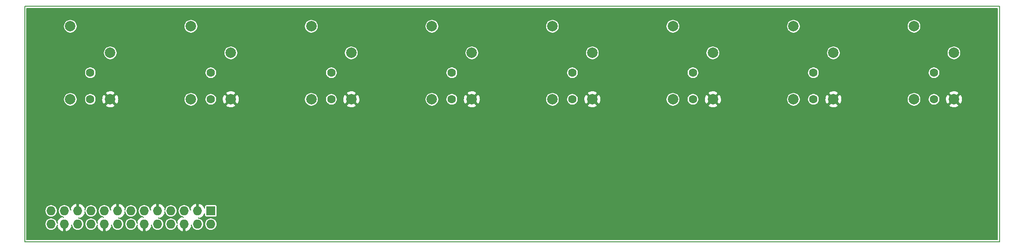
<source format=gtl>
G04 #@! TF.GenerationSoftware,KiCad,Pcbnew,(5.1.0-0)*
G04 #@! TF.CreationDate,2019-11-06T10:25:11+01:00*
G04 #@! TF.ProjectId,AddOnD,4164644f-6e44-42e6-9b69-6361645f7063,rev?*
G04 #@! TF.SameCoordinates,Original*
G04 #@! TF.FileFunction,Copper,L1,Top*
G04 #@! TF.FilePolarity,Positive*
%FSLAX46Y46*%
G04 Gerber Fmt 4.6, Leading zero omitted, Abs format (unit mm)*
G04 Created by KiCad (PCBNEW (5.1.0-0)) date 2019-11-06 10:25:11*
%MOMM*%
%LPD*%
G04 APERTURE LIST*
%ADD10C,0.150000*%
%ADD11C,1.600000*%
%ADD12C,2.000000*%
%ADD13R,1.727200X1.727200*%
%ADD14O,1.727200X1.727200*%
%ADD15C,0.200000*%
G04 APERTURE END LIST*
D10*
X7500000Y45000000D02*
X7500000Y90000000D01*
X193500000Y45000000D02*
X7500000Y45000000D01*
X193500000Y90000000D02*
X193500000Y45000000D01*
X7500000Y90000000D02*
X193500000Y90000000D01*
D11*
X20000000Y77300000D03*
D12*
X16190000Y86190000D03*
X23810000Y81110000D03*
D11*
X20000000Y72220000D03*
D12*
X23810000Y72220000D03*
X16190000Y72220000D03*
D11*
X43000000Y77300000D03*
D12*
X39190000Y86190000D03*
X46810000Y81110000D03*
D11*
X43000000Y72220000D03*
D12*
X46810000Y72220000D03*
X39190000Y72220000D03*
D11*
X66000000Y77300000D03*
D12*
X62190000Y86190000D03*
X69810000Y81110000D03*
D11*
X66000000Y72220000D03*
D12*
X69810000Y72220000D03*
X62190000Y72220000D03*
D11*
X89000000Y77300000D03*
D12*
X85190000Y86190000D03*
X92810000Y81110000D03*
D11*
X89000000Y72220000D03*
D12*
X92810000Y72220000D03*
X85190000Y72220000D03*
D11*
X112000000Y77300000D03*
D12*
X108190000Y86190000D03*
X115810000Y81110000D03*
D11*
X112000000Y72220000D03*
D12*
X115810000Y72220000D03*
X108190000Y72220000D03*
D11*
X135000000Y77300000D03*
D12*
X131190000Y86190000D03*
X138810000Y81110000D03*
D11*
X135000000Y72220000D03*
D12*
X138810000Y72220000D03*
X131190000Y72220000D03*
D11*
X158000000Y77300000D03*
D12*
X154190000Y86190000D03*
X161810000Y81110000D03*
D11*
X158000000Y72220000D03*
D12*
X161810000Y72220000D03*
X154190000Y72220000D03*
D11*
X181000000Y77300000D03*
D12*
X177190000Y86190000D03*
X184810000Y81110000D03*
D11*
X181000000Y72220000D03*
D12*
X184810000Y72220000D03*
X177190000Y72220000D03*
D13*
X43000000Y50900000D03*
D14*
X43000000Y48360000D03*
X40460000Y50900000D03*
X40460000Y48360000D03*
X37920000Y50900000D03*
X37920000Y48360000D03*
X35380000Y50900000D03*
X35380000Y48360000D03*
X32840000Y50900000D03*
X32840000Y48360000D03*
X30300000Y50900000D03*
X30300000Y48360000D03*
X27760000Y50900000D03*
X27760000Y48360000D03*
X25220000Y50900000D03*
X25220000Y48360000D03*
X22680000Y50900000D03*
X22680000Y48360000D03*
X20140000Y50900000D03*
X20140000Y48360000D03*
X17600000Y50900000D03*
X17600000Y48360000D03*
X15060000Y50900000D03*
X15060000Y48360000D03*
X12520000Y50900000D03*
X12520000Y48360000D03*
D15*
G36*
X193125001Y45375000D02*
G01*
X7875000Y45375000D01*
X7875000Y48360000D01*
X11350770Y48360000D01*
X11373236Y48131895D01*
X11439772Y47912555D01*
X11547821Y47710411D01*
X11693230Y47533230D01*
X11870411Y47387821D01*
X12072555Y47279772D01*
X12291895Y47213236D01*
X12462837Y47196400D01*
X12577163Y47196400D01*
X12748105Y47213236D01*
X12967445Y47279772D01*
X13169589Y47387821D01*
X13346770Y47533230D01*
X13492179Y47710411D01*
X13600228Y47912555D01*
X13666764Y48131895D01*
X13674062Y48205998D01*
X13749416Y48205998D01*
X13638589Y47978951D01*
X13666435Y47887135D01*
X13785463Y47624350D01*
X13953471Y47389835D01*
X14164003Y47192603D01*
X14408967Y47040234D01*
X14678950Y46938583D01*
X14906000Y47048474D01*
X14906000Y48206000D01*
X14886000Y48206000D01*
X14886000Y48514000D01*
X14906000Y48514000D01*
X14906000Y48534000D01*
X15214000Y48534000D01*
X15214000Y48514000D01*
X15234000Y48514000D01*
X15234000Y48206000D01*
X15214000Y48206000D01*
X15214000Y47048474D01*
X15441050Y46938583D01*
X15711033Y47040234D01*
X15955997Y47192603D01*
X16166529Y47389835D01*
X16334537Y47624350D01*
X16453565Y47887135D01*
X16481411Y47978951D01*
X16370584Y48205998D01*
X16445938Y48205998D01*
X16453236Y48131895D01*
X16519772Y47912555D01*
X16627821Y47710411D01*
X16773230Y47533230D01*
X16950411Y47387821D01*
X17152555Y47279772D01*
X17371895Y47213236D01*
X17542837Y47196400D01*
X17657163Y47196400D01*
X17828105Y47213236D01*
X18047445Y47279772D01*
X18249589Y47387821D01*
X18426770Y47533230D01*
X18572179Y47710411D01*
X18680228Y47912555D01*
X18746764Y48131895D01*
X18769230Y48360000D01*
X18970770Y48360000D01*
X18993236Y48131895D01*
X19059772Y47912555D01*
X19167821Y47710411D01*
X19313230Y47533230D01*
X19490411Y47387821D01*
X19692555Y47279772D01*
X19911895Y47213236D01*
X20082837Y47196400D01*
X20197163Y47196400D01*
X20368105Y47213236D01*
X20587445Y47279772D01*
X20789589Y47387821D01*
X20966770Y47533230D01*
X21112179Y47710411D01*
X21220228Y47912555D01*
X21286764Y48131895D01*
X21294062Y48205998D01*
X21369416Y48205998D01*
X21258589Y47978951D01*
X21286435Y47887135D01*
X21405463Y47624350D01*
X21573471Y47389835D01*
X21784003Y47192603D01*
X22028967Y47040234D01*
X22298950Y46938583D01*
X22526000Y47048474D01*
X22526000Y48206000D01*
X22506000Y48206000D01*
X22506000Y48514000D01*
X22526000Y48514000D01*
X22526000Y48534000D01*
X22834000Y48534000D01*
X22834000Y48514000D01*
X22854000Y48514000D01*
X22854000Y48206000D01*
X22834000Y48206000D01*
X22834000Y47048474D01*
X23061050Y46938583D01*
X23331033Y47040234D01*
X23575997Y47192603D01*
X23786529Y47389835D01*
X23954537Y47624350D01*
X24073565Y47887135D01*
X24101411Y47978951D01*
X23990584Y48205998D01*
X24065938Y48205998D01*
X24073236Y48131895D01*
X24139772Y47912555D01*
X24247821Y47710411D01*
X24393230Y47533230D01*
X24570411Y47387821D01*
X24772555Y47279772D01*
X24991895Y47213236D01*
X25162837Y47196400D01*
X25277163Y47196400D01*
X25448105Y47213236D01*
X25667445Y47279772D01*
X25869589Y47387821D01*
X26046770Y47533230D01*
X26192179Y47710411D01*
X26300228Y47912555D01*
X26366764Y48131895D01*
X26389230Y48360000D01*
X26590770Y48360000D01*
X26613236Y48131895D01*
X26679772Y47912555D01*
X26787821Y47710411D01*
X26933230Y47533230D01*
X27110411Y47387821D01*
X27312555Y47279772D01*
X27531895Y47213236D01*
X27702837Y47196400D01*
X27817163Y47196400D01*
X27988105Y47213236D01*
X28207445Y47279772D01*
X28409589Y47387821D01*
X28586770Y47533230D01*
X28732179Y47710411D01*
X28840228Y47912555D01*
X28906764Y48131895D01*
X28914062Y48205998D01*
X28989416Y48205998D01*
X28878589Y47978951D01*
X28906435Y47887135D01*
X29025463Y47624350D01*
X29193471Y47389835D01*
X29404003Y47192603D01*
X29648967Y47040234D01*
X29918950Y46938583D01*
X30146000Y47048474D01*
X30146000Y48206000D01*
X30126000Y48206000D01*
X30126000Y48514000D01*
X30146000Y48514000D01*
X30146000Y48534000D01*
X30454000Y48534000D01*
X30454000Y48514000D01*
X30474000Y48514000D01*
X30474000Y48206000D01*
X30454000Y48206000D01*
X30454000Y47048474D01*
X30681050Y46938583D01*
X30951033Y47040234D01*
X31195997Y47192603D01*
X31406529Y47389835D01*
X31574537Y47624350D01*
X31693565Y47887135D01*
X31721411Y47978951D01*
X31610584Y48205998D01*
X31685938Y48205998D01*
X31693236Y48131895D01*
X31759772Y47912555D01*
X31867821Y47710411D01*
X32013230Y47533230D01*
X32190411Y47387821D01*
X32392555Y47279772D01*
X32611895Y47213236D01*
X32782837Y47196400D01*
X32897163Y47196400D01*
X33068105Y47213236D01*
X33287445Y47279772D01*
X33489589Y47387821D01*
X33666770Y47533230D01*
X33812179Y47710411D01*
X33920228Y47912555D01*
X33986764Y48131895D01*
X34009230Y48360000D01*
X34210770Y48360000D01*
X34233236Y48131895D01*
X34299772Y47912555D01*
X34407821Y47710411D01*
X34553230Y47533230D01*
X34730411Y47387821D01*
X34932555Y47279772D01*
X35151895Y47213236D01*
X35322837Y47196400D01*
X35437163Y47196400D01*
X35608105Y47213236D01*
X35827445Y47279772D01*
X36029589Y47387821D01*
X36206770Y47533230D01*
X36352179Y47710411D01*
X36460228Y47912555D01*
X36526764Y48131895D01*
X36534062Y48205998D01*
X36609416Y48205998D01*
X36498589Y47978951D01*
X36526435Y47887135D01*
X36645463Y47624350D01*
X36813471Y47389835D01*
X37024003Y47192603D01*
X37268967Y47040234D01*
X37538950Y46938583D01*
X37766000Y47048474D01*
X37766000Y48206000D01*
X37746000Y48206000D01*
X37746000Y48514000D01*
X37766000Y48514000D01*
X37766000Y48534000D01*
X38074000Y48534000D01*
X38074000Y48514000D01*
X38094000Y48514000D01*
X38094000Y48206000D01*
X38074000Y48206000D01*
X38074000Y47048474D01*
X38301050Y46938583D01*
X38571033Y47040234D01*
X38815997Y47192603D01*
X39026529Y47389835D01*
X39194537Y47624350D01*
X39313565Y47887135D01*
X39341411Y47978951D01*
X39230584Y48205998D01*
X39305938Y48205998D01*
X39313236Y48131895D01*
X39379772Y47912555D01*
X39487821Y47710411D01*
X39633230Y47533230D01*
X39810411Y47387821D01*
X40012555Y47279772D01*
X40231895Y47213236D01*
X40402837Y47196400D01*
X40517163Y47196400D01*
X40688105Y47213236D01*
X40907445Y47279772D01*
X41109589Y47387821D01*
X41286770Y47533230D01*
X41432179Y47710411D01*
X41540228Y47912555D01*
X41606764Y48131895D01*
X41629230Y48360000D01*
X41830770Y48360000D01*
X41853236Y48131895D01*
X41919772Y47912555D01*
X42027821Y47710411D01*
X42173230Y47533230D01*
X42350411Y47387821D01*
X42552555Y47279772D01*
X42771895Y47213236D01*
X42942837Y47196400D01*
X43057163Y47196400D01*
X43228105Y47213236D01*
X43447445Y47279772D01*
X43649589Y47387821D01*
X43826770Y47533230D01*
X43972179Y47710411D01*
X44080228Y47912555D01*
X44146764Y48131895D01*
X44169230Y48360000D01*
X44146764Y48588105D01*
X44080228Y48807445D01*
X43972179Y49009589D01*
X43826770Y49186770D01*
X43649589Y49332179D01*
X43447445Y49440228D01*
X43228105Y49506764D01*
X43057163Y49523600D01*
X42942837Y49523600D01*
X42771895Y49506764D01*
X42552555Y49440228D01*
X42350411Y49332179D01*
X42173230Y49186770D01*
X42027821Y49009589D01*
X41919772Y48807445D01*
X41853236Y48588105D01*
X41830770Y48360000D01*
X41629230Y48360000D01*
X41606764Y48588105D01*
X41540228Y48807445D01*
X41432179Y49009589D01*
X41286770Y49186770D01*
X41109589Y49332179D01*
X40907445Y49440228D01*
X40688105Y49506764D01*
X40614002Y49514062D01*
X40614002Y49588473D01*
X40841050Y49478583D01*
X41111033Y49580234D01*
X41355997Y49732603D01*
X41566529Y49929835D01*
X41734537Y50164350D01*
X41834949Y50386035D01*
X41834949Y50036400D01*
X41840741Y49977590D01*
X41857896Y49921040D01*
X41885753Y49868923D01*
X41923242Y49823242D01*
X41968923Y49785753D01*
X42021040Y49757896D01*
X42077590Y49740741D01*
X42136400Y49734949D01*
X43863600Y49734949D01*
X43922410Y49740741D01*
X43978960Y49757896D01*
X44031077Y49785753D01*
X44076758Y49823242D01*
X44114247Y49868923D01*
X44142104Y49921040D01*
X44159259Y49977590D01*
X44165051Y50036400D01*
X44165051Y51763600D01*
X44159259Y51822410D01*
X44142104Y51878960D01*
X44114247Y51931077D01*
X44076758Y51976758D01*
X44031077Y52014247D01*
X43978960Y52042104D01*
X43922410Y52059259D01*
X43863600Y52065051D01*
X42136400Y52065051D01*
X42077590Y52059259D01*
X42021040Y52042104D01*
X41968923Y52014247D01*
X41923242Y51976758D01*
X41885753Y51931077D01*
X41857896Y51878960D01*
X41840741Y51822410D01*
X41834949Y51763600D01*
X41834949Y51413965D01*
X41734537Y51635650D01*
X41566529Y51870165D01*
X41355997Y52067397D01*
X41111033Y52219766D01*
X40841050Y52321417D01*
X40614000Y52211526D01*
X40614000Y51054000D01*
X40634000Y51054000D01*
X40634000Y50746000D01*
X40614000Y50746000D01*
X40614000Y50726000D01*
X40306000Y50726000D01*
X40306000Y50746000D01*
X40286000Y50746000D01*
X40286000Y51054000D01*
X40306000Y51054000D01*
X40306000Y52211526D01*
X40078950Y52321417D01*
X39808967Y52219766D01*
X39564003Y52067397D01*
X39353471Y51870165D01*
X39185463Y51635650D01*
X39066435Y51372865D01*
X39038589Y51281049D01*
X39149416Y51054002D01*
X39074062Y51054002D01*
X39066764Y51128105D01*
X39000228Y51347445D01*
X38892179Y51549589D01*
X38746770Y51726770D01*
X38569589Y51872179D01*
X38367445Y51980228D01*
X38148105Y52046764D01*
X37977163Y52063600D01*
X37862837Y52063600D01*
X37691895Y52046764D01*
X37472555Y51980228D01*
X37270411Y51872179D01*
X37093230Y51726770D01*
X36947821Y51549589D01*
X36839772Y51347445D01*
X36773236Y51128105D01*
X36750770Y50900000D01*
X36773236Y50671895D01*
X36839772Y50452555D01*
X36947821Y50250411D01*
X37093230Y50073230D01*
X37270411Y49927821D01*
X37472555Y49819772D01*
X37691895Y49753236D01*
X37765998Y49745938D01*
X37765998Y49671527D01*
X37538950Y49781417D01*
X37268967Y49679766D01*
X37024003Y49527397D01*
X36813471Y49330165D01*
X36645463Y49095650D01*
X36526435Y48832865D01*
X36498589Y48741049D01*
X36609416Y48514002D01*
X36534062Y48514002D01*
X36526764Y48588105D01*
X36460228Y48807445D01*
X36352179Y49009589D01*
X36206770Y49186770D01*
X36029589Y49332179D01*
X35827445Y49440228D01*
X35608105Y49506764D01*
X35437163Y49523600D01*
X35322837Y49523600D01*
X35151895Y49506764D01*
X34932555Y49440228D01*
X34730411Y49332179D01*
X34553230Y49186770D01*
X34407821Y49009589D01*
X34299772Y48807445D01*
X34233236Y48588105D01*
X34210770Y48360000D01*
X34009230Y48360000D01*
X33986764Y48588105D01*
X33920228Y48807445D01*
X33812179Y49009589D01*
X33666770Y49186770D01*
X33489589Y49332179D01*
X33287445Y49440228D01*
X33068105Y49506764D01*
X32994002Y49514062D01*
X32994002Y49588473D01*
X33221050Y49478583D01*
X33491033Y49580234D01*
X33735997Y49732603D01*
X33946529Y49929835D01*
X34114537Y50164350D01*
X34233565Y50427135D01*
X34261411Y50518951D01*
X34150584Y50745998D01*
X34225938Y50745998D01*
X34233236Y50671895D01*
X34299772Y50452555D01*
X34407821Y50250411D01*
X34553230Y50073230D01*
X34730411Y49927821D01*
X34932555Y49819772D01*
X35151895Y49753236D01*
X35322837Y49736400D01*
X35437163Y49736400D01*
X35608105Y49753236D01*
X35827445Y49819772D01*
X36029589Y49927821D01*
X36206770Y50073230D01*
X36352179Y50250411D01*
X36460228Y50452555D01*
X36526764Y50671895D01*
X36549230Y50900000D01*
X36526764Y51128105D01*
X36460228Y51347445D01*
X36352179Y51549589D01*
X36206770Y51726770D01*
X36029589Y51872179D01*
X35827445Y51980228D01*
X35608105Y52046764D01*
X35437163Y52063600D01*
X35322837Y52063600D01*
X35151895Y52046764D01*
X34932555Y51980228D01*
X34730411Y51872179D01*
X34553230Y51726770D01*
X34407821Y51549589D01*
X34299772Y51347445D01*
X34233236Y51128105D01*
X34225938Y51054002D01*
X34150584Y51054002D01*
X34261411Y51281049D01*
X34233565Y51372865D01*
X34114537Y51635650D01*
X33946529Y51870165D01*
X33735997Y52067397D01*
X33491033Y52219766D01*
X33221050Y52321417D01*
X32994000Y52211526D01*
X32994000Y51054000D01*
X33014000Y51054000D01*
X33014000Y50746000D01*
X32994000Y50746000D01*
X32994000Y50726000D01*
X32686000Y50726000D01*
X32686000Y50746000D01*
X32666000Y50746000D01*
X32666000Y51054000D01*
X32686000Y51054000D01*
X32686000Y52211526D01*
X32458950Y52321417D01*
X32188967Y52219766D01*
X31944003Y52067397D01*
X31733471Y51870165D01*
X31565463Y51635650D01*
X31446435Y51372865D01*
X31418589Y51281049D01*
X31529416Y51054002D01*
X31454062Y51054002D01*
X31446764Y51128105D01*
X31380228Y51347445D01*
X31272179Y51549589D01*
X31126770Y51726770D01*
X30949589Y51872179D01*
X30747445Y51980228D01*
X30528105Y52046764D01*
X30357163Y52063600D01*
X30242837Y52063600D01*
X30071895Y52046764D01*
X29852555Y51980228D01*
X29650411Y51872179D01*
X29473230Y51726770D01*
X29327821Y51549589D01*
X29219772Y51347445D01*
X29153236Y51128105D01*
X29130770Y50900000D01*
X29153236Y50671895D01*
X29219772Y50452555D01*
X29327821Y50250411D01*
X29473230Y50073230D01*
X29650411Y49927821D01*
X29852555Y49819772D01*
X30071895Y49753236D01*
X30145998Y49745938D01*
X30145998Y49671527D01*
X29918950Y49781417D01*
X29648967Y49679766D01*
X29404003Y49527397D01*
X29193471Y49330165D01*
X29025463Y49095650D01*
X28906435Y48832865D01*
X28878589Y48741049D01*
X28989416Y48514002D01*
X28914062Y48514002D01*
X28906764Y48588105D01*
X28840228Y48807445D01*
X28732179Y49009589D01*
X28586770Y49186770D01*
X28409589Y49332179D01*
X28207445Y49440228D01*
X27988105Y49506764D01*
X27817163Y49523600D01*
X27702837Y49523600D01*
X27531895Y49506764D01*
X27312555Y49440228D01*
X27110411Y49332179D01*
X26933230Y49186770D01*
X26787821Y49009589D01*
X26679772Y48807445D01*
X26613236Y48588105D01*
X26590770Y48360000D01*
X26389230Y48360000D01*
X26366764Y48588105D01*
X26300228Y48807445D01*
X26192179Y49009589D01*
X26046770Y49186770D01*
X25869589Y49332179D01*
X25667445Y49440228D01*
X25448105Y49506764D01*
X25374002Y49514062D01*
X25374002Y49588473D01*
X25601050Y49478583D01*
X25871033Y49580234D01*
X26115997Y49732603D01*
X26326529Y49929835D01*
X26494537Y50164350D01*
X26613565Y50427135D01*
X26641411Y50518951D01*
X26530584Y50745998D01*
X26605938Y50745998D01*
X26613236Y50671895D01*
X26679772Y50452555D01*
X26787821Y50250411D01*
X26933230Y50073230D01*
X27110411Y49927821D01*
X27312555Y49819772D01*
X27531895Y49753236D01*
X27702837Y49736400D01*
X27817163Y49736400D01*
X27988105Y49753236D01*
X28207445Y49819772D01*
X28409589Y49927821D01*
X28586770Y50073230D01*
X28732179Y50250411D01*
X28840228Y50452555D01*
X28906764Y50671895D01*
X28929230Y50900000D01*
X28906764Y51128105D01*
X28840228Y51347445D01*
X28732179Y51549589D01*
X28586770Y51726770D01*
X28409589Y51872179D01*
X28207445Y51980228D01*
X27988105Y52046764D01*
X27817163Y52063600D01*
X27702837Y52063600D01*
X27531895Y52046764D01*
X27312555Y51980228D01*
X27110411Y51872179D01*
X26933230Y51726770D01*
X26787821Y51549589D01*
X26679772Y51347445D01*
X26613236Y51128105D01*
X26605938Y51054002D01*
X26530584Y51054002D01*
X26641411Y51281049D01*
X26613565Y51372865D01*
X26494537Y51635650D01*
X26326529Y51870165D01*
X26115997Y52067397D01*
X25871033Y52219766D01*
X25601050Y52321417D01*
X25374000Y52211526D01*
X25374000Y51054000D01*
X25394000Y51054000D01*
X25394000Y50746000D01*
X25374000Y50746000D01*
X25374000Y50726000D01*
X25066000Y50726000D01*
X25066000Y50746000D01*
X25046000Y50746000D01*
X25046000Y51054000D01*
X25066000Y51054000D01*
X25066000Y52211526D01*
X24838950Y52321417D01*
X24568967Y52219766D01*
X24324003Y52067397D01*
X24113471Y51870165D01*
X23945463Y51635650D01*
X23826435Y51372865D01*
X23798589Y51281049D01*
X23909416Y51054002D01*
X23834062Y51054002D01*
X23826764Y51128105D01*
X23760228Y51347445D01*
X23652179Y51549589D01*
X23506770Y51726770D01*
X23329589Y51872179D01*
X23127445Y51980228D01*
X22908105Y52046764D01*
X22737163Y52063600D01*
X22622837Y52063600D01*
X22451895Y52046764D01*
X22232555Y51980228D01*
X22030411Y51872179D01*
X21853230Y51726770D01*
X21707821Y51549589D01*
X21599772Y51347445D01*
X21533236Y51128105D01*
X21510770Y50900000D01*
X21533236Y50671895D01*
X21599772Y50452555D01*
X21707821Y50250411D01*
X21853230Y50073230D01*
X22030411Y49927821D01*
X22232555Y49819772D01*
X22451895Y49753236D01*
X22525998Y49745938D01*
X22525998Y49671527D01*
X22298950Y49781417D01*
X22028967Y49679766D01*
X21784003Y49527397D01*
X21573471Y49330165D01*
X21405463Y49095650D01*
X21286435Y48832865D01*
X21258589Y48741049D01*
X21369416Y48514002D01*
X21294062Y48514002D01*
X21286764Y48588105D01*
X21220228Y48807445D01*
X21112179Y49009589D01*
X20966770Y49186770D01*
X20789589Y49332179D01*
X20587445Y49440228D01*
X20368105Y49506764D01*
X20197163Y49523600D01*
X20082837Y49523600D01*
X19911895Y49506764D01*
X19692555Y49440228D01*
X19490411Y49332179D01*
X19313230Y49186770D01*
X19167821Y49009589D01*
X19059772Y48807445D01*
X18993236Y48588105D01*
X18970770Y48360000D01*
X18769230Y48360000D01*
X18746764Y48588105D01*
X18680228Y48807445D01*
X18572179Y49009589D01*
X18426770Y49186770D01*
X18249589Y49332179D01*
X18047445Y49440228D01*
X17828105Y49506764D01*
X17754002Y49514062D01*
X17754002Y49588473D01*
X17981050Y49478583D01*
X18251033Y49580234D01*
X18495997Y49732603D01*
X18706529Y49929835D01*
X18874537Y50164350D01*
X18993565Y50427135D01*
X19021411Y50518951D01*
X18910584Y50745998D01*
X18985938Y50745998D01*
X18993236Y50671895D01*
X19059772Y50452555D01*
X19167821Y50250411D01*
X19313230Y50073230D01*
X19490411Y49927821D01*
X19692555Y49819772D01*
X19911895Y49753236D01*
X20082837Y49736400D01*
X20197163Y49736400D01*
X20368105Y49753236D01*
X20587445Y49819772D01*
X20789589Y49927821D01*
X20966770Y50073230D01*
X21112179Y50250411D01*
X21220228Y50452555D01*
X21286764Y50671895D01*
X21309230Y50900000D01*
X21286764Y51128105D01*
X21220228Y51347445D01*
X21112179Y51549589D01*
X20966770Y51726770D01*
X20789589Y51872179D01*
X20587445Y51980228D01*
X20368105Y52046764D01*
X20197163Y52063600D01*
X20082837Y52063600D01*
X19911895Y52046764D01*
X19692555Y51980228D01*
X19490411Y51872179D01*
X19313230Y51726770D01*
X19167821Y51549589D01*
X19059772Y51347445D01*
X18993236Y51128105D01*
X18985938Y51054002D01*
X18910584Y51054002D01*
X19021411Y51281049D01*
X18993565Y51372865D01*
X18874537Y51635650D01*
X18706529Y51870165D01*
X18495997Y52067397D01*
X18251033Y52219766D01*
X17981050Y52321417D01*
X17754000Y52211526D01*
X17754000Y51054000D01*
X17774000Y51054000D01*
X17774000Y50746000D01*
X17754000Y50746000D01*
X17754000Y50726000D01*
X17446000Y50726000D01*
X17446000Y50746000D01*
X17426000Y50746000D01*
X17426000Y51054000D01*
X17446000Y51054000D01*
X17446000Y52211526D01*
X17218950Y52321417D01*
X16948967Y52219766D01*
X16704003Y52067397D01*
X16493471Y51870165D01*
X16325463Y51635650D01*
X16206435Y51372865D01*
X16178589Y51281049D01*
X16289416Y51054002D01*
X16214062Y51054002D01*
X16206764Y51128105D01*
X16140228Y51347445D01*
X16032179Y51549589D01*
X15886770Y51726770D01*
X15709589Y51872179D01*
X15507445Y51980228D01*
X15288105Y52046764D01*
X15117163Y52063600D01*
X15002837Y52063600D01*
X14831895Y52046764D01*
X14612555Y51980228D01*
X14410411Y51872179D01*
X14233230Y51726770D01*
X14087821Y51549589D01*
X13979772Y51347445D01*
X13913236Y51128105D01*
X13890770Y50900000D01*
X13913236Y50671895D01*
X13979772Y50452555D01*
X14087821Y50250411D01*
X14233230Y50073230D01*
X14410411Y49927821D01*
X14612555Y49819772D01*
X14831895Y49753236D01*
X14905998Y49745938D01*
X14905998Y49671527D01*
X14678950Y49781417D01*
X14408967Y49679766D01*
X14164003Y49527397D01*
X13953471Y49330165D01*
X13785463Y49095650D01*
X13666435Y48832865D01*
X13638589Y48741049D01*
X13749416Y48514002D01*
X13674062Y48514002D01*
X13666764Y48588105D01*
X13600228Y48807445D01*
X13492179Y49009589D01*
X13346770Y49186770D01*
X13169589Y49332179D01*
X12967445Y49440228D01*
X12748105Y49506764D01*
X12577163Y49523600D01*
X12462837Y49523600D01*
X12291895Y49506764D01*
X12072555Y49440228D01*
X11870411Y49332179D01*
X11693230Y49186770D01*
X11547821Y49009589D01*
X11439772Y48807445D01*
X11373236Y48588105D01*
X11350770Y48360000D01*
X7875000Y48360000D01*
X7875000Y50900000D01*
X11350770Y50900000D01*
X11373236Y50671895D01*
X11439772Y50452555D01*
X11547821Y50250411D01*
X11693230Y50073230D01*
X11870411Y49927821D01*
X12072555Y49819772D01*
X12291895Y49753236D01*
X12462837Y49736400D01*
X12577163Y49736400D01*
X12748105Y49753236D01*
X12967445Y49819772D01*
X13169589Y49927821D01*
X13346770Y50073230D01*
X13492179Y50250411D01*
X13600228Y50452555D01*
X13666764Y50671895D01*
X13689230Y50900000D01*
X13666764Y51128105D01*
X13600228Y51347445D01*
X13492179Y51549589D01*
X13346770Y51726770D01*
X13169589Y51872179D01*
X12967445Y51980228D01*
X12748105Y52046764D01*
X12577163Y52063600D01*
X12462837Y52063600D01*
X12291895Y52046764D01*
X12072555Y51980228D01*
X11870411Y51872179D01*
X11693230Y51726770D01*
X11547821Y51549589D01*
X11439772Y51347445D01*
X11373236Y51128105D01*
X11350770Y50900000D01*
X7875000Y50900000D01*
X7875000Y72348039D01*
X14890000Y72348039D01*
X14890000Y72091961D01*
X14939958Y71840804D01*
X15037955Y71604219D01*
X15180224Y71391298D01*
X15361298Y71210224D01*
X15574219Y71067955D01*
X15810804Y70969958D01*
X16061961Y70920000D01*
X16318039Y70920000D01*
X16569196Y70969958D01*
X16805781Y71067955D01*
X16826503Y71081801D01*
X22889590Y71081801D01*
X22989181Y70828238D01*
X23276472Y70694846D01*
X23584265Y70620066D01*
X23900735Y70606770D01*
X24213716Y70655469D01*
X24511184Y70764292D01*
X24630819Y70828238D01*
X24730410Y71081801D01*
X23810000Y72002211D01*
X22889590Y71081801D01*
X16826503Y71081801D01*
X17018702Y71210224D01*
X17199776Y71391298D01*
X17342045Y71604219D01*
X17440042Y71840804D01*
X17490000Y72091961D01*
X17490000Y72328341D01*
X18900000Y72328341D01*
X18900000Y72111659D01*
X18942273Y71899142D01*
X19025193Y71698955D01*
X19145575Y71518791D01*
X19298791Y71365575D01*
X19478955Y71245193D01*
X19679142Y71162273D01*
X19891659Y71120000D01*
X20108341Y71120000D01*
X20320858Y71162273D01*
X20521045Y71245193D01*
X20701209Y71365575D01*
X20854425Y71518791D01*
X20974807Y71698955D01*
X21057727Y71899142D01*
X21100000Y72111659D01*
X21100000Y72129265D01*
X22196770Y72129265D01*
X22245469Y71816284D01*
X22354292Y71518816D01*
X22418238Y71399181D01*
X22671801Y71299590D01*
X23592211Y72220000D01*
X24027789Y72220000D01*
X24948199Y71299590D01*
X25201762Y71399181D01*
X25335154Y71686472D01*
X25409934Y71994265D01*
X25423230Y72310735D01*
X25417426Y72348039D01*
X37890000Y72348039D01*
X37890000Y72091961D01*
X37939958Y71840804D01*
X38037955Y71604219D01*
X38180224Y71391298D01*
X38361298Y71210224D01*
X38574219Y71067955D01*
X38810804Y70969958D01*
X39061961Y70920000D01*
X39318039Y70920000D01*
X39569196Y70969958D01*
X39805781Y71067955D01*
X39826503Y71081801D01*
X45889590Y71081801D01*
X45989181Y70828238D01*
X46276472Y70694846D01*
X46584265Y70620066D01*
X46900735Y70606770D01*
X47213716Y70655469D01*
X47511184Y70764292D01*
X47630819Y70828238D01*
X47730410Y71081801D01*
X46810000Y72002211D01*
X45889590Y71081801D01*
X39826503Y71081801D01*
X40018702Y71210224D01*
X40199776Y71391298D01*
X40342045Y71604219D01*
X40440042Y71840804D01*
X40490000Y72091961D01*
X40490000Y72328341D01*
X41900000Y72328341D01*
X41900000Y72111659D01*
X41942273Y71899142D01*
X42025193Y71698955D01*
X42145575Y71518791D01*
X42298791Y71365575D01*
X42478955Y71245193D01*
X42679142Y71162273D01*
X42891659Y71120000D01*
X43108341Y71120000D01*
X43320858Y71162273D01*
X43521045Y71245193D01*
X43701209Y71365575D01*
X43854425Y71518791D01*
X43974807Y71698955D01*
X44057727Y71899142D01*
X44100000Y72111659D01*
X44100000Y72129265D01*
X45196770Y72129265D01*
X45245469Y71816284D01*
X45354292Y71518816D01*
X45418238Y71399181D01*
X45671801Y71299590D01*
X46592211Y72220000D01*
X47027789Y72220000D01*
X47948199Y71299590D01*
X48201762Y71399181D01*
X48335154Y71686472D01*
X48409934Y71994265D01*
X48423230Y72310735D01*
X48417426Y72348039D01*
X60890000Y72348039D01*
X60890000Y72091961D01*
X60939958Y71840804D01*
X61037955Y71604219D01*
X61180224Y71391298D01*
X61361298Y71210224D01*
X61574219Y71067955D01*
X61810804Y70969958D01*
X62061961Y70920000D01*
X62318039Y70920000D01*
X62569196Y70969958D01*
X62805781Y71067955D01*
X62826503Y71081801D01*
X68889590Y71081801D01*
X68989181Y70828238D01*
X69276472Y70694846D01*
X69584265Y70620066D01*
X69900735Y70606770D01*
X70213716Y70655469D01*
X70511184Y70764292D01*
X70630819Y70828238D01*
X70730410Y71081801D01*
X69810000Y72002211D01*
X68889590Y71081801D01*
X62826503Y71081801D01*
X63018702Y71210224D01*
X63199776Y71391298D01*
X63342045Y71604219D01*
X63440042Y71840804D01*
X63490000Y72091961D01*
X63490000Y72328341D01*
X64900000Y72328341D01*
X64900000Y72111659D01*
X64942273Y71899142D01*
X65025193Y71698955D01*
X65145575Y71518791D01*
X65298791Y71365575D01*
X65478955Y71245193D01*
X65679142Y71162273D01*
X65891659Y71120000D01*
X66108341Y71120000D01*
X66320858Y71162273D01*
X66521045Y71245193D01*
X66701209Y71365575D01*
X66854425Y71518791D01*
X66974807Y71698955D01*
X67057727Y71899142D01*
X67100000Y72111659D01*
X67100000Y72129265D01*
X68196770Y72129265D01*
X68245469Y71816284D01*
X68354292Y71518816D01*
X68418238Y71399181D01*
X68671801Y71299590D01*
X69592211Y72220000D01*
X70027789Y72220000D01*
X70948199Y71299590D01*
X71201762Y71399181D01*
X71335154Y71686472D01*
X71409934Y71994265D01*
X71423230Y72310735D01*
X71417426Y72348039D01*
X83890000Y72348039D01*
X83890000Y72091961D01*
X83939958Y71840804D01*
X84037955Y71604219D01*
X84180224Y71391298D01*
X84361298Y71210224D01*
X84574219Y71067955D01*
X84810804Y70969958D01*
X85061961Y70920000D01*
X85318039Y70920000D01*
X85569196Y70969958D01*
X85805781Y71067955D01*
X85826503Y71081801D01*
X91889590Y71081801D01*
X91989181Y70828238D01*
X92276472Y70694846D01*
X92584265Y70620066D01*
X92900735Y70606770D01*
X93213716Y70655469D01*
X93511184Y70764292D01*
X93630819Y70828238D01*
X93730410Y71081801D01*
X92810000Y72002211D01*
X91889590Y71081801D01*
X85826503Y71081801D01*
X86018702Y71210224D01*
X86199776Y71391298D01*
X86342045Y71604219D01*
X86440042Y71840804D01*
X86490000Y72091961D01*
X86490000Y72328341D01*
X87900000Y72328341D01*
X87900000Y72111659D01*
X87942273Y71899142D01*
X88025193Y71698955D01*
X88145575Y71518791D01*
X88298791Y71365575D01*
X88478955Y71245193D01*
X88679142Y71162273D01*
X88891659Y71120000D01*
X89108341Y71120000D01*
X89320858Y71162273D01*
X89521045Y71245193D01*
X89701209Y71365575D01*
X89854425Y71518791D01*
X89974807Y71698955D01*
X90057727Y71899142D01*
X90100000Y72111659D01*
X90100000Y72129265D01*
X91196770Y72129265D01*
X91245469Y71816284D01*
X91354292Y71518816D01*
X91418238Y71399181D01*
X91671801Y71299590D01*
X92592211Y72220000D01*
X93027789Y72220000D01*
X93948199Y71299590D01*
X94201762Y71399181D01*
X94335154Y71686472D01*
X94409934Y71994265D01*
X94423230Y72310735D01*
X94417426Y72348039D01*
X106890000Y72348039D01*
X106890000Y72091961D01*
X106939958Y71840804D01*
X107037955Y71604219D01*
X107180224Y71391298D01*
X107361298Y71210224D01*
X107574219Y71067955D01*
X107810804Y70969958D01*
X108061961Y70920000D01*
X108318039Y70920000D01*
X108569196Y70969958D01*
X108805781Y71067955D01*
X108826503Y71081801D01*
X114889590Y71081801D01*
X114989181Y70828238D01*
X115276472Y70694846D01*
X115584265Y70620066D01*
X115900735Y70606770D01*
X116213716Y70655469D01*
X116511184Y70764292D01*
X116630819Y70828238D01*
X116730410Y71081801D01*
X115810000Y72002211D01*
X114889590Y71081801D01*
X108826503Y71081801D01*
X109018702Y71210224D01*
X109199776Y71391298D01*
X109342045Y71604219D01*
X109440042Y71840804D01*
X109490000Y72091961D01*
X109490000Y72328341D01*
X110900000Y72328341D01*
X110900000Y72111659D01*
X110942273Y71899142D01*
X111025193Y71698955D01*
X111145575Y71518791D01*
X111298791Y71365575D01*
X111478955Y71245193D01*
X111679142Y71162273D01*
X111891659Y71120000D01*
X112108341Y71120000D01*
X112320858Y71162273D01*
X112521045Y71245193D01*
X112701209Y71365575D01*
X112854425Y71518791D01*
X112974807Y71698955D01*
X113057727Y71899142D01*
X113100000Y72111659D01*
X113100000Y72129265D01*
X114196770Y72129265D01*
X114245469Y71816284D01*
X114354292Y71518816D01*
X114418238Y71399181D01*
X114671801Y71299590D01*
X115592211Y72220000D01*
X116027789Y72220000D01*
X116948199Y71299590D01*
X117201762Y71399181D01*
X117335154Y71686472D01*
X117409934Y71994265D01*
X117423230Y72310735D01*
X117417426Y72348039D01*
X129890000Y72348039D01*
X129890000Y72091961D01*
X129939958Y71840804D01*
X130037955Y71604219D01*
X130180224Y71391298D01*
X130361298Y71210224D01*
X130574219Y71067955D01*
X130810804Y70969958D01*
X131061961Y70920000D01*
X131318039Y70920000D01*
X131569196Y70969958D01*
X131805781Y71067955D01*
X131826503Y71081801D01*
X137889590Y71081801D01*
X137989181Y70828238D01*
X138276472Y70694846D01*
X138584265Y70620066D01*
X138900735Y70606770D01*
X139213716Y70655469D01*
X139511184Y70764292D01*
X139630819Y70828238D01*
X139730410Y71081801D01*
X138810000Y72002211D01*
X137889590Y71081801D01*
X131826503Y71081801D01*
X132018702Y71210224D01*
X132199776Y71391298D01*
X132342045Y71604219D01*
X132440042Y71840804D01*
X132490000Y72091961D01*
X132490000Y72328341D01*
X133900000Y72328341D01*
X133900000Y72111659D01*
X133942273Y71899142D01*
X134025193Y71698955D01*
X134145575Y71518791D01*
X134298791Y71365575D01*
X134478955Y71245193D01*
X134679142Y71162273D01*
X134891659Y71120000D01*
X135108341Y71120000D01*
X135320858Y71162273D01*
X135521045Y71245193D01*
X135701209Y71365575D01*
X135854425Y71518791D01*
X135974807Y71698955D01*
X136057727Y71899142D01*
X136100000Y72111659D01*
X136100000Y72129265D01*
X137196770Y72129265D01*
X137245469Y71816284D01*
X137354292Y71518816D01*
X137418238Y71399181D01*
X137671801Y71299590D01*
X138592211Y72220000D01*
X139027789Y72220000D01*
X139948199Y71299590D01*
X140201762Y71399181D01*
X140335154Y71686472D01*
X140409934Y71994265D01*
X140423230Y72310735D01*
X140417426Y72348039D01*
X152890000Y72348039D01*
X152890000Y72091961D01*
X152939958Y71840804D01*
X153037955Y71604219D01*
X153180224Y71391298D01*
X153361298Y71210224D01*
X153574219Y71067955D01*
X153810804Y70969958D01*
X154061961Y70920000D01*
X154318039Y70920000D01*
X154569196Y70969958D01*
X154805781Y71067955D01*
X154826503Y71081801D01*
X160889590Y71081801D01*
X160989181Y70828238D01*
X161276472Y70694846D01*
X161584265Y70620066D01*
X161900735Y70606770D01*
X162213716Y70655469D01*
X162511184Y70764292D01*
X162630819Y70828238D01*
X162730410Y71081801D01*
X161810000Y72002211D01*
X160889590Y71081801D01*
X154826503Y71081801D01*
X155018702Y71210224D01*
X155199776Y71391298D01*
X155342045Y71604219D01*
X155440042Y71840804D01*
X155490000Y72091961D01*
X155490000Y72328341D01*
X156900000Y72328341D01*
X156900000Y72111659D01*
X156942273Y71899142D01*
X157025193Y71698955D01*
X157145575Y71518791D01*
X157298791Y71365575D01*
X157478955Y71245193D01*
X157679142Y71162273D01*
X157891659Y71120000D01*
X158108341Y71120000D01*
X158320858Y71162273D01*
X158521045Y71245193D01*
X158701209Y71365575D01*
X158854425Y71518791D01*
X158974807Y71698955D01*
X159057727Y71899142D01*
X159100000Y72111659D01*
X159100000Y72129265D01*
X160196770Y72129265D01*
X160245469Y71816284D01*
X160354292Y71518816D01*
X160418238Y71399181D01*
X160671801Y71299590D01*
X161592211Y72220000D01*
X162027789Y72220000D01*
X162948199Y71299590D01*
X163201762Y71399181D01*
X163335154Y71686472D01*
X163409934Y71994265D01*
X163423230Y72310735D01*
X163417426Y72348039D01*
X175890000Y72348039D01*
X175890000Y72091961D01*
X175939958Y71840804D01*
X176037955Y71604219D01*
X176180224Y71391298D01*
X176361298Y71210224D01*
X176574219Y71067955D01*
X176810804Y70969958D01*
X177061961Y70920000D01*
X177318039Y70920000D01*
X177569196Y70969958D01*
X177805781Y71067955D01*
X177826503Y71081801D01*
X183889590Y71081801D01*
X183989181Y70828238D01*
X184276472Y70694846D01*
X184584265Y70620066D01*
X184900735Y70606770D01*
X185213716Y70655469D01*
X185511184Y70764292D01*
X185630819Y70828238D01*
X185730410Y71081801D01*
X184810000Y72002211D01*
X183889590Y71081801D01*
X177826503Y71081801D01*
X178018702Y71210224D01*
X178199776Y71391298D01*
X178342045Y71604219D01*
X178440042Y71840804D01*
X178490000Y72091961D01*
X178490000Y72328341D01*
X179900000Y72328341D01*
X179900000Y72111659D01*
X179942273Y71899142D01*
X180025193Y71698955D01*
X180145575Y71518791D01*
X180298791Y71365575D01*
X180478955Y71245193D01*
X180679142Y71162273D01*
X180891659Y71120000D01*
X181108341Y71120000D01*
X181320858Y71162273D01*
X181521045Y71245193D01*
X181701209Y71365575D01*
X181854425Y71518791D01*
X181974807Y71698955D01*
X182057727Y71899142D01*
X182100000Y72111659D01*
X182100000Y72129265D01*
X183196770Y72129265D01*
X183245469Y71816284D01*
X183354292Y71518816D01*
X183418238Y71399181D01*
X183671801Y71299590D01*
X184592211Y72220000D01*
X185027789Y72220000D01*
X185948199Y71299590D01*
X186201762Y71399181D01*
X186335154Y71686472D01*
X186409934Y71994265D01*
X186423230Y72310735D01*
X186374531Y72623716D01*
X186265708Y72921184D01*
X186201762Y73040819D01*
X185948199Y73140410D01*
X185027789Y72220000D01*
X184592211Y72220000D01*
X183671801Y73140410D01*
X183418238Y73040819D01*
X183284846Y72753528D01*
X183210066Y72445735D01*
X183196770Y72129265D01*
X182100000Y72129265D01*
X182100000Y72328341D01*
X182057727Y72540858D01*
X181974807Y72741045D01*
X181854425Y72921209D01*
X181701209Y73074425D01*
X181521045Y73194807D01*
X181320858Y73277727D01*
X181108341Y73320000D01*
X180891659Y73320000D01*
X180679142Y73277727D01*
X180478955Y73194807D01*
X180298791Y73074425D01*
X180145575Y72921209D01*
X180025193Y72741045D01*
X179942273Y72540858D01*
X179900000Y72328341D01*
X178490000Y72328341D01*
X178490000Y72348039D01*
X178440042Y72599196D01*
X178342045Y72835781D01*
X178199776Y73048702D01*
X178018702Y73229776D01*
X177826504Y73358199D01*
X183889590Y73358199D01*
X184810000Y72437789D01*
X185730410Y73358199D01*
X185630819Y73611762D01*
X185343528Y73745154D01*
X185035735Y73819934D01*
X184719265Y73833230D01*
X184406284Y73784531D01*
X184108816Y73675708D01*
X183989181Y73611762D01*
X183889590Y73358199D01*
X177826504Y73358199D01*
X177805781Y73372045D01*
X177569196Y73470042D01*
X177318039Y73520000D01*
X177061961Y73520000D01*
X176810804Y73470042D01*
X176574219Y73372045D01*
X176361298Y73229776D01*
X176180224Y73048702D01*
X176037955Y72835781D01*
X175939958Y72599196D01*
X175890000Y72348039D01*
X163417426Y72348039D01*
X163374531Y72623716D01*
X163265708Y72921184D01*
X163201762Y73040819D01*
X162948199Y73140410D01*
X162027789Y72220000D01*
X161592211Y72220000D01*
X160671801Y73140410D01*
X160418238Y73040819D01*
X160284846Y72753528D01*
X160210066Y72445735D01*
X160196770Y72129265D01*
X159100000Y72129265D01*
X159100000Y72328341D01*
X159057727Y72540858D01*
X158974807Y72741045D01*
X158854425Y72921209D01*
X158701209Y73074425D01*
X158521045Y73194807D01*
X158320858Y73277727D01*
X158108341Y73320000D01*
X157891659Y73320000D01*
X157679142Y73277727D01*
X157478955Y73194807D01*
X157298791Y73074425D01*
X157145575Y72921209D01*
X157025193Y72741045D01*
X156942273Y72540858D01*
X156900000Y72328341D01*
X155490000Y72328341D01*
X155490000Y72348039D01*
X155440042Y72599196D01*
X155342045Y72835781D01*
X155199776Y73048702D01*
X155018702Y73229776D01*
X154826504Y73358199D01*
X160889590Y73358199D01*
X161810000Y72437789D01*
X162730410Y73358199D01*
X162630819Y73611762D01*
X162343528Y73745154D01*
X162035735Y73819934D01*
X161719265Y73833230D01*
X161406284Y73784531D01*
X161108816Y73675708D01*
X160989181Y73611762D01*
X160889590Y73358199D01*
X154826504Y73358199D01*
X154805781Y73372045D01*
X154569196Y73470042D01*
X154318039Y73520000D01*
X154061961Y73520000D01*
X153810804Y73470042D01*
X153574219Y73372045D01*
X153361298Y73229776D01*
X153180224Y73048702D01*
X153037955Y72835781D01*
X152939958Y72599196D01*
X152890000Y72348039D01*
X140417426Y72348039D01*
X140374531Y72623716D01*
X140265708Y72921184D01*
X140201762Y73040819D01*
X139948199Y73140410D01*
X139027789Y72220000D01*
X138592211Y72220000D01*
X137671801Y73140410D01*
X137418238Y73040819D01*
X137284846Y72753528D01*
X137210066Y72445735D01*
X137196770Y72129265D01*
X136100000Y72129265D01*
X136100000Y72328341D01*
X136057727Y72540858D01*
X135974807Y72741045D01*
X135854425Y72921209D01*
X135701209Y73074425D01*
X135521045Y73194807D01*
X135320858Y73277727D01*
X135108341Y73320000D01*
X134891659Y73320000D01*
X134679142Y73277727D01*
X134478955Y73194807D01*
X134298791Y73074425D01*
X134145575Y72921209D01*
X134025193Y72741045D01*
X133942273Y72540858D01*
X133900000Y72328341D01*
X132490000Y72328341D01*
X132490000Y72348039D01*
X132440042Y72599196D01*
X132342045Y72835781D01*
X132199776Y73048702D01*
X132018702Y73229776D01*
X131826504Y73358199D01*
X137889590Y73358199D01*
X138810000Y72437789D01*
X139730410Y73358199D01*
X139630819Y73611762D01*
X139343528Y73745154D01*
X139035735Y73819934D01*
X138719265Y73833230D01*
X138406284Y73784531D01*
X138108816Y73675708D01*
X137989181Y73611762D01*
X137889590Y73358199D01*
X131826504Y73358199D01*
X131805781Y73372045D01*
X131569196Y73470042D01*
X131318039Y73520000D01*
X131061961Y73520000D01*
X130810804Y73470042D01*
X130574219Y73372045D01*
X130361298Y73229776D01*
X130180224Y73048702D01*
X130037955Y72835781D01*
X129939958Y72599196D01*
X129890000Y72348039D01*
X117417426Y72348039D01*
X117374531Y72623716D01*
X117265708Y72921184D01*
X117201762Y73040819D01*
X116948199Y73140410D01*
X116027789Y72220000D01*
X115592211Y72220000D01*
X114671801Y73140410D01*
X114418238Y73040819D01*
X114284846Y72753528D01*
X114210066Y72445735D01*
X114196770Y72129265D01*
X113100000Y72129265D01*
X113100000Y72328341D01*
X113057727Y72540858D01*
X112974807Y72741045D01*
X112854425Y72921209D01*
X112701209Y73074425D01*
X112521045Y73194807D01*
X112320858Y73277727D01*
X112108341Y73320000D01*
X111891659Y73320000D01*
X111679142Y73277727D01*
X111478955Y73194807D01*
X111298791Y73074425D01*
X111145575Y72921209D01*
X111025193Y72741045D01*
X110942273Y72540858D01*
X110900000Y72328341D01*
X109490000Y72328341D01*
X109490000Y72348039D01*
X109440042Y72599196D01*
X109342045Y72835781D01*
X109199776Y73048702D01*
X109018702Y73229776D01*
X108826504Y73358199D01*
X114889590Y73358199D01*
X115810000Y72437789D01*
X116730410Y73358199D01*
X116630819Y73611762D01*
X116343528Y73745154D01*
X116035735Y73819934D01*
X115719265Y73833230D01*
X115406284Y73784531D01*
X115108816Y73675708D01*
X114989181Y73611762D01*
X114889590Y73358199D01*
X108826504Y73358199D01*
X108805781Y73372045D01*
X108569196Y73470042D01*
X108318039Y73520000D01*
X108061961Y73520000D01*
X107810804Y73470042D01*
X107574219Y73372045D01*
X107361298Y73229776D01*
X107180224Y73048702D01*
X107037955Y72835781D01*
X106939958Y72599196D01*
X106890000Y72348039D01*
X94417426Y72348039D01*
X94374531Y72623716D01*
X94265708Y72921184D01*
X94201762Y73040819D01*
X93948199Y73140410D01*
X93027789Y72220000D01*
X92592211Y72220000D01*
X91671801Y73140410D01*
X91418238Y73040819D01*
X91284846Y72753528D01*
X91210066Y72445735D01*
X91196770Y72129265D01*
X90100000Y72129265D01*
X90100000Y72328341D01*
X90057727Y72540858D01*
X89974807Y72741045D01*
X89854425Y72921209D01*
X89701209Y73074425D01*
X89521045Y73194807D01*
X89320858Y73277727D01*
X89108341Y73320000D01*
X88891659Y73320000D01*
X88679142Y73277727D01*
X88478955Y73194807D01*
X88298791Y73074425D01*
X88145575Y72921209D01*
X88025193Y72741045D01*
X87942273Y72540858D01*
X87900000Y72328341D01*
X86490000Y72328341D01*
X86490000Y72348039D01*
X86440042Y72599196D01*
X86342045Y72835781D01*
X86199776Y73048702D01*
X86018702Y73229776D01*
X85826504Y73358199D01*
X91889590Y73358199D01*
X92810000Y72437789D01*
X93730410Y73358199D01*
X93630819Y73611762D01*
X93343528Y73745154D01*
X93035735Y73819934D01*
X92719265Y73833230D01*
X92406284Y73784531D01*
X92108816Y73675708D01*
X91989181Y73611762D01*
X91889590Y73358199D01*
X85826504Y73358199D01*
X85805781Y73372045D01*
X85569196Y73470042D01*
X85318039Y73520000D01*
X85061961Y73520000D01*
X84810804Y73470042D01*
X84574219Y73372045D01*
X84361298Y73229776D01*
X84180224Y73048702D01*
X84037955Y72835781D01*
X83939958Y72599196D01*
X83890000Y72348039D01*
X71417426Y72348039D01*
X71374531Y72623716D01*
X71265708Y72921184D01*
X71201762Y73040819D01*
X70948199Y73140410D01*
X70027789Y72220000D01*
X69592211Y72220000D01*
X68671801Y73140410D01*
X68418238Y73040819D01*
X68284846Y72753528D01*
X68210066Y72445735D01*
X68196770Y72129265D01*
X67100000Y72129265D01*
X67100000Y72328341D01*
X67057727Y72540858D01*
X66974807Y72741045D01*
X66854425Y72921209D01*
X66701209Y73074425D01*
X66521045Y73194807D01*
X66320858Y73277727D01*
X66108341Y73320000D01*
X65891659Y73320000D01*
X65679142Y73277727D01*
X65478955Y73194807D01*
X65298791Y73074425D01*
X65145575Y72921209D01*
X65025193Y72741045D01*
X64942273Y72540858D01*
X64900000Y72328341D01*
X63490000Y72328341D01*
X63490000Y72348039D01*
X63440042Y72599196D01*
X63342045Y72835781D01*
X63199776Y73048702D01*
X63018702Y73229776D01*
X62826504Y73358199D01*
X68889590Y73358199D01*
X69810000Y72437789D01*
X70730410Y73358199D01*
X70630819Y73611762D01*
X70343528Y73745154D01*
X70035735Y73819934D01*
X69719265Y73833230D01*
X69406284Y73784531D01*
X69108816Y73675708D01*
X68989181Y73611762D01*
X68889590Y73358199D01*
X62826504Y73358199D01*
X62805781Y73372045D01*
X62569196Y73470042D01*
X62318039Y73520000D01*
X62061961Y73520000D01*
X61810804Y73470042D01*
X61574219Y73372045D01*
X61361298Y73229776D01*
X61180224Y73048702D01*
X61037955Y72835781D01*
X60939958Y72599196D01*
X60890000Y72348039D01*
X48417426Y72348039D01*
X48374531Y72623716D01*
X48265708Y72921184D01*
X48201762Y73040819D01*
X47948199Y73140410D01*
X47027789Y72220000D01*
X46592211Y72220000D01*
X45671801Y73140410D01*
X45418238Y73040819D01*
X45284846Y72753528D01*
X45210066Y72445735D01*
X45196770Y72129265D01*
X44100000Y72129265D01*
X44100000Y72328341D01*
X44057727Y72540858D01*
X43974807Y72741045D01*
X43854425Y72921209D01*
X43701209Y73074425D01*
X43521045Y73194807D01*
X43320858Y73277727D01*
X43108341Y73320000D01*
X42891659Y73320000D01*
X42679142Y73277727D01*
X42478955Y73194807D01*
X42298791Y73074425D01*
X42145575Y72921209D01*
X42025193Y72741045D01*
X41942273Y72540858D01*
X41900000Y72328341D01*
X40490000Y72328341D01*
X40490000Y72348039D01*
X40440042Y72599196D01*
X40342045Y72835781D01*
X40199776Y73048702D01*
X40018702Y73229776D01*
X39826504Y73358199D01*
X45889590Y73358199D01*
X46810000Y72437789D01*
X47730410Y73358199D01*
X47630819Y73611762D01*
X47343528Y73745154D01*
X47035735Y73819934D01*
X46719265Y73833230D01*
X46406284Y73784531D01*
X46108816Y73675708D01*
X45989181Y73611762D01*
X45889590Y73358199D01*
X39826504Y73358199D01*
X39805781Y73372045D01*
X39569196Y73470042D01*
X39318039Y73520000D01*
X39061961Y73520000D01*
X38810804Y73470042D01*
X38574219Y73372045D01*
X38361298Y73229776D01*
X38180224Y73048702D01*
X38037955Y72835781D01*
X37939958Y72599196D01*
X37890000Y72348039D01*
X25417426Y72348039D01*
X25374531Y72623716D01*
X25265708Y72921184D01*
X25201762Y73040819D01*
X24948199Y73140410D01*
X24027789Y72220000D01*
X23592211Y72220000D01*
X22671801Y73140410D01*
X22418238Y73040819D01*
X22284846Y72753528D01*
X22210066Y72445735D01*
X22196770Y72129265D01*
X21100000Y72129265D01*
X21100000Y72328341D01*
X21057727Y72540858D01*
X20974807Y72741045D01*
X20854425Y72921209D01*
X20701209Y73074425D01*
X20521045Y73194807D01*
X20320858Y73277727D01*
X20108341Y73320000D01*
X19891659Y73320000D01*
X19679142Y73277727D01*
X19478955Y73194807D01*
X19298791Y73074425D01*
X19145575Y72921209D01*
X19025193Y72741045D01*
X18942273Y72540858D01*
X18900000Y72328341D01*
X17490000Y72328341D01*
X17490000Y72348039D01*
X17440042Y72599196D01*
X17342045Y72835781D01*
X17199776Y73048702D01*
X17018702Y73229776D01*
X16826504Y73358199D01*
X22889590Y73358199D01*
X23810000Y72437789D01*
X24730410Y73358199D01*
X24630819Y73611762D01*
X24343528Y73745154D01*
X24035735Y73819934D01*
X23719265Y73833230D01*
X23406284Y73784531D01*
X23108816Y73675708D01*
X22989181Y73611762D01*
X22889590Y73358199D01*
X16826504Y73358199D01*
X16805781Y73372045D01*
X16569196Y73470042D01*
X16318039Y73520000D01*
X16061961Y73520000D01*
X15810804Y73470042D01*
X15574219Y73372045D01*
X15361298Y73229776D01*
X15180224Y73048702D01*
X15037955Y72835781D01*
X14939958Y72599196D01*
X14890000Y72348039D01*
X7875000Y72348039D01*
X7875000Y77408341D01*
X18900000Y77408341D01*
X18900000Y77191659D01*
X18942273Y76979142D01*
X19025193Y76778955D01*
X19145575Y76598791D01*
X19298791Y76445575D01*
X19478955Y76325193D01*
X19679142Y76242273D01*
X19891659Y76200000D01*
X20108341Y76200000D01*
X20320858Y76242273D01*
X20521045Y76325193D01*
X20701209Y76445575D01*
X20854425Y76598791D01*
X20974807Y76778955D01*
X21057727Y76979142D01*
X21100000Y77191659D01*
X21100000Y77408341D01*
X41900000Y77408341D01*
X41900000Y77191659D01*
X41942273Y76979142D01*
X42025193Y76778955D01*
X42145575Y76598791D01*
X42298791Y76445575D01*
X42478955Y76325193D01*
X42679142Y76242273D01*
X42891659Y76200000D01*
X43108341Y76200000D01*
X43320858Y76242273D01*
X43521045Y76325193D01*
X43701209Y76445575D01*
X43854425Y76598791D01*
X43974807Y76778955D01*
X44057727Y76979142D01*
X44100000Y77191659D01*
X44100000Y77408341D01*
X64900000Y77408341D01*
X64900000Y77191659D01*
X64942273Y76979142D01*
X65025193Y76778955D01*
X65145575Y76598791D01*
X65298791Y76445575D01*
X65478955Y76325193D01*
X65679142Y76242273D01*
X65891659Y76200000D01*
X66108341Y76200000D01*
X66320858Y76242273D01*
X66521045Y76325193D01*
X66701209Y76445575D01*
X66854425Y76598791D01*
X66974807Y76778955D01*
X67057727Y76979142D01*
X67100000Y77191659D01*
X67100000Y77408341D01*
X87900000Y77408341D01*
X87900000Y77191659D01*
X87942273Y76979142D01*
X88025193Y76778955D01*
X88145575Y76598791D01*
X88298791Y76445575D01*
X88478955Y76325193D01*
X88679142Y76242273D01*
X88891659Y76200000D01*
X89108341Y76200000D01*
X89320858Y76242273D01*
X89521045Y76325193D01*
X89701209Y76445575D01*
X89854425Y76598791D01*
X89974807Y76778955D01*
X90057727Y76979142D01*
X90100000Y77191659D01*
X90100000Y77408341D01*
X110900000Y77408341D01*
X110900000Y77191659D01*
X110942273Y76979142D01*
X111025193Y76778955D01*
X111145575Y76598791D01*
X111298791Y76445575D01*
X111478955Y76325193D01*
X111679142Y76242273D01*
X111891659Y76200000D01*
X112108341Y76200000D01*
X112320858Y76242273D01*
X112521045Y76325193D01*
X112701209Y76445575D01*
X112854425Y76598791D01*
X112974807Y76778955D01*
X113057727Y76979142D01*
X113100000Y77191659D01*
X113100000Y77408341D01*
X133900000Y77408341D01*
X133900000Y77191659D01*
X133942273Y76979142D01*
X134025193Y76778955D01*
X134145575Y76598791D01*
X134298791Y76445575D01*
X134478955Y76325193D01*
X134679142Y76242273D01*
X134891659Y76200000D01*
X135108341Y76200000D01*
X135320858Y76242273D01*
X135521045Y76325193D01*
X135701209Y76445575D01*
X135854425Y76598791D01*
X135974807Y76778955D01*
X136057727Y76979142D01*
X136100000Y77191659D01*
X136100000Y77408341D01*
X156900000Y77408341D01*
X156900000Y77191659D01*
X156942273Y76979142D01*
X157025193Y76778955D01*
X157145575Y76598791D01*
X157298791Y76445575D01*
X157478955Y76325193D01*
X157679142Y76242273D01*
X157891659Y76200000D01*
X158108341Y76200000D01*
X158320858Y76242273D01*
X158521045Y76325193D01*
X158701209Y76445575D01*
X158854425Y76598791D01*
X158974807Y76778955D01*
X159057727Y76979142D01*
X159100000Y77191659D01*
X159100000Y77408341D01*
X179900000Y77408341D01*
X179900000Y77191659D01*
X179942273Y76979142D01*
X180025193Y76778955D01*
X180145575Y76598791D01*
X180298791Y76445575D01*
X180478955Y76325193D01*
X180679142Y76242273D01*
X180891659Y76200000D01*
X181108341Y76200000D01*
X181320858Y76242273D01*
X181521045Y76325193D01*
X181701209Y76445575D01*
X181854425Y76598791D01*
X181974807Y76778955D01*
X182057727Y76979142D01*
X182100000Y77191659D01*
X182100000Y77408341D01*
X182057727Y77620858D01*
X181974807Y77821045D01*
X181854425Y78001209D01*
X181701209Y78154425D01*
X181521045Y78274807D01*
X181320858Y78357727D01*
X181108341Y78400000D01*
X180891659Y78400000D01*
X180679142Y78357727D01*
X180478955Y78274807D01*
X180298791Y78154425D01*
X180145575Y78001209D01*
X180025193Y77821045D01*
X179942273Y77620858D01*
X179900000Y77408341D01*
X159100000Y77408341D01*
X159057727Y77620858D01*
X158974807Y77821045D01*
X158854425Y78001209D01*
X158701209Y78154425D01*
X158521045Y78274807D01*
X158320858Y78357727D01*
X158108341Y78400000D01*
X157891659Y78400000D01*
X157679142Y78357727D01*
X157478955Y78274807D01*
X157298791Y78154425D01*
X157145575Y78001209D01*
X157025193Y77821045D01*
X156942273Y77620858D01*
X156900000Y77408341D01*
X136100000Y77408341D01*
X136057727Y77620858D01*
X135974807Y77821045D01*
X135854425Y78001209D01*
X135701209Y78154425D01*
X135521045Y78274807D01*
X135320858Y78357727D01*
X135108341Y78400000D01*
X134891659Y78400000D01*
X134679142Y78357727D01*
X134478955Y78274807D01*
X134298791Y78154425D01*
X134145575Y78001209D01*
X134025193Y77821045D01*
X133942273Y77620858D01*
X133900000Y77408341D01*
X113100000Y77408341D01*
X113057727Y77620858D01*
X112974807Y77821045D01*
X112854425Y78001209D01*
X112701209Y78154425D01*
X112521045Y78274807D01*
X112320858Y78357727D01*
X112108341Y78400000D01*
X111891659Y78400000D01*
X111679142Y78357727D01*
X111478955Y78274807D01*
X111298791Y78154425D01*
X111145575Y78001209D01*
X111025193Y77821045D01*
X110942273Y77620858D01*
X110900000Y77408341D01*
X90100000Y77408341D01*
X90057727Y77620858D01*
X89974807Y77821045D01*
X89854425Y78001209D01*
X89701209Y78154425D01*
X89521045Y78274807D01*
X89320858Y78357727D01*
X89108341Y78400000D01*
X88891659Y78400000D01*
X88679142Y78357727D01*
X88478955Y78274807D01*
X88298791Y78154425D01*
X88145575Y78001209D01*
X88025193Y77821045D01*
X87942273Y77620858D01*
X87900000Y77408341D01*
X67100000Y77408341D01*
X67057727Y77620858D01*
X66974807Y77821045D01*
X66854425Y78001209D01*
X66701209Y78154425D01*
X66521045Y78274807D01*
X66320858Y78357727D01*
X66108341Y78400000D01*
X65891659Y78400000D01*
X65679142Y78357727D01*
X65478955Y78274807D01*
X65298791Y78154425D01*
X65145575Y78001209D01*
X65025193Y77821045D01*
X64942273Y77620858D01*
X64900000Y77408341D01*
X44100000Y77408341D01*
X44057727Y77620858D01*
X43974807Y77821045D01*
X43854425Y78001209D01*
X43701209Y78154425D01*
X43521045Y78274807D01*
X43320858Y78357727D01*
X43108341Y78400000D01*
X42891659Y78400000D01*
X42679142Y78357727D01*
X42478955Y78274807D01*
X42298791Y78154425D01*
X42145575Y78001209D01*
X42025193Y77821045D01*
X41942273Y77620858D01*
X41900000Y77408341D01*
X21100000Y77408341D01*
X21057727Y77620858D01*
X20974807Y77821045D01*
X20854425Y78001209D01*
X20701209Y78154425D01*
X20521045Y78274807D01*
X20320858Y78357727D01*
X20108341Y78400000D01*
X19891659Y78400000D01*
X19679142Y78357727D01*
X19478955Y78274807D01*
X19298791Y78154425D01*
X19145575Y78001209D01*
X19025193Y77821045D01*
X18942273Y77620858D01*
X18900000Y77408341D01*
X7875000Y77408341D01*
X7875000Y81238039D01*
X22510000Y81238039D01*
X22510000Y80981961D01*
X22559958Y80730804D01*
X22657955Y80494219D01*
X22800224Y80281298D01*
X22981298Y80100224D01*
X23194219Y79957955D01*
X23430804Y79859958D01*
X23681961Y79810000D01*
X23938039Y79810000D01*
X24189196Y79859958D01*
X24425781Y79957955D01*
X24638702Y80100224D01*
X24819776Y80281298D01*
X24962045Y80494219D01*
X25060042Y80730804D01*
X25110000Y80981961D01*
X25110000Y81238039D01*
X45510000Y81238039D01*
X45510000Y80981961D01*
X45559958Y80730804D01*
X45657955Y80494219D01*
X45800224Y80281298D01*
X45981298Y80100224D01*
X46194219Y79957955D01*
X46430804Y79859958D01*
X46681961Y79810000D01*
X46938039Y79810000D01*
X47189196Y79859958D01*
X47425781Y79957955D01*
X47638702Y80100224D01*
X47819776Y80281298D01*
X47962045Y80494219D01*
X48060042Y80730804D01*
X48110000Y80981961D01*
X48110000Y81238039D01*
X68510000Y81238039D01*
X68510000Y80981961D01*
X68559958Y80730804D01*
X68657955Y80494219D01*
X68800224Y80281298D01*
X68981298Y80100224D01*
X69194219Y79957955D01*
X69430804Y79859958D01*
X69681961Y79810000D01*
X69938039Y79810000D01*
X70189196Y79859958D01*
X70425781Y79957955D01*
X70638702Y80100224D01*
X70819776Y80281298D01*
X70962045Y80494219D01*
X71060042Y80730804D01*
X71110000Y80981961D01*
X71110000Y81238039D01*
X91510000Y81238039D01*
X91510000Y80981961D01*
X91559958Y80730804D01*
X91657955Y80494219D01*
X91800224Y80281298D01*
X91981298Y80100224D01*
X92194219Y79957955D01*
X92430804Y79859958D01*
X92681961Y79810000D01*
X92938039Y79810000D01*
X93189196Y79859958D01*
X93425781Y79957955D01*
X93638702Y80100224D01*
X93819776Y80281298D01*
X93962045Y80494219D01*
X94060042Y80730804D01*
X94110000Y80981961D01*
X94110000Y81238039D01*
X114510000Y81238039D01*
X114510000Y80981961D01*
X114559958Y80730804D01*
X114657955Y80494219D01*
X114800224Y80281298D01*
X114981298Y80100224D01*
X115194219Y79957955D01*
X115430804Y79859958D01*
X115681961Y79810000D01*
X115938039Y79810000D01*
X116189196Y79859958D01*
X116425781Y79957955D01*
X116638702Y80100224D01*
X116819776Y80281298D01*
X116962045Y80494219D01*
X117060042Y80730804D01*
X117110000Y80981961D01*
X117110000Y81238039D01*
X137510000Y81238039D01*
X137510000Y80981961D01*
X137559958Y80730804D01*
X137657955Y80494219D01*
X137800224Y80281298D01*
X137981298Y80100224D01*
X138194219Y79957955D01*
X138430804Y79859958D01*
X138681961Y79810000D01*
X138938039Y79810000D01*
X139189196Y79859958D01*
X139425781Y79957955D01*
X139638702Y80100224D01*
X139819776Y80281298D01*
X139962045Y80494219D01*
X140060042Y80730804D01*
X140110000Y80981961D01*
X140110000Y81238039D01*
X160510000Y81238039D01*
X160510000Y80981961D01*
X160559958Y80730804D01*
X160657955Y80494219D01*
X160800224Y80281298D01*
X160981298Y80100224D01*
X161194219Y79957955D01*
X161430804Y79859958D01*
X161681961Y79810000D01*
X161938039Y79810000D01*
X162189196Y79859958D01*
X162425781Y79957955D01*
X162638702Y80100224D01*
X162819776Y80281298D01*
X162962045Y80494219D01*
X163060042Y80730804D01*
X163110000Y80981961D01*
X163110000Y81238039D01*
X183510000Y81238039D01*
X183510000Y80981961D01*
X183559958Y80730804D01*
X183657955Y80494219D01*
X183800224Y80281298D01*
X183981298Y80100224D01*
X184194219Y79957955D01*
X184430804Y79859958D01*
X184681961Y79810000D01*
X184938039Y79810000D01*
X185189196Y79859958D01*
X185425781Y79957955D01*
X185638702Y80100224D01*
X185819776Y80281298D01*
X185962045Y80494219D01*
X186060042Y80730804D01*
X186110000Y80981961D01*
X186110000Y81238039D01*
X186060042Y81489196D01*
X185962045Y81725781D01*
X185819776Y81938702D01*
X185638702Y82119776D01*
X185425781Y82262045D01*
X185189196Y82360042D01*
X184938039Y82410000D01*
X184681961Y82410000D01*
X184430804Y82360042D01*
X184194219Y82262045D01*
X183981298Y82119776D01*
X183800224Y81938702D01*
X183657955Y81725781D01*
X183559958Y81489196D01*
X183510000Y81238039D01*
X163110000Y81238039D01*
X163060042Y81489196D01*
X162962045Y81725781D01*
X162819776Y81938702D01*
X162638702Y82119776D01*
X162425781Y82262045D01*
X162189196Y82360042D01*
X161938039Y82410000D01*
X161681961Y82410000D01*
X161430804Y82360042D01*
X161194219Y82262045D01*
X160981298Y82119776D01*
X160800224Y81938702D01*
X160657955Y81725781D01*
X160559958Y81489196D01*
X160510000Y81238039D01*
X140110000Y81238039D01*
X140060042Y81489196D01*
X139962045Y81725781D01*
X139819776Y81938702D01*
X139638702Y82119776D01*
X139425781Y82262045D01*
X139189196Y82360042D01*
X138938039Y82410000D01*
X138681961Y82410000D01*
X138430804Y82360042D01*
X138194219Y82262045D01*
X137981298Y82119776D01*
X137800224Y81938702D01*
X137657955Y81725781D01*
X137559958Y81489196D01*
X137510000Y81238039D01*
X117110000Y81238039D01*
X117060042Y81489196D01*
X116962045Y81725781D01*
X116819776Y81938702D01*
X116638702Y82119776D01*
X116425781Y82262045D01*
X116189196Y82360042D01*
X115938039Y82410000D01*
X115681961Y82410000D01*
X115430804Y82360042D01*
X115194219Y82262045D01*
X114981298Y82119776D01*
X114800224Y81938702D01*
X114657955Y81725781D01*
X114559958Y81489196D01*
X114510000Y81238039D01*
X94110000Y81238039D01*
X94060042Y81489196D01*
X93962045Y81725781D01*
X93819776Y81938702D01*
X93638702Y82119776D01*
X93425781Y82262045D01*
X93189196Y82360042D01*
X92938039Y82410000D01*
X92681961Y82410000D01*
X92430804Y82360042D01*
X92194219Y82262045D01*
X91981298Y82119776D01*
X91800224Y81938702D01*
X91657955Y81725781D01*
X91559958Y81489196D01*
X91510000Y81238039D01*
X71110000Y81238039D01*
X71060042Y81489196D01*
X70962045Y81725781D01*
X70819776Y81938702D01*
X70638702Y82119776D01*
X70425781Y82262045D01*
X70189196Y82360042D01*
X69938039Y82410000D01*
X69681961Y82410000D01*
X69430804Y82360042D01*
X69194219Y82262045D01*
X68981298Y82119776D01*
X68800224Y81938702D01*
X68657955Y81725781D01*
X68559958Y81489196D01*
X68510000Y81238039D01*
X48110000Y81238039D01*
X48060042Y81489196D01*
X47962045Y81725781D01*
X47819776Y81938702D01*
X47638702Y82119776D01*
X47425781Y82262045D01*
X47189196Y82360042D01*
X46938039Y82410000D01*
X46681961Y82410000D01*
X46430804Y82360042D01*
X46194219Y82262045D01*
X45981298Y82119776D01*
X45800224Y81938702D01*
X45657955Y81725781D01*
X45559958Y81489196D01*
X45510000Y81238039D01*
X25110000Y81238039D01*
X25060042Y81489196D01*
X24962045Y81725781D01*
X24819776Y81938702D01*
X24638702Y82119776D01*
X24425781Y82262045D01*
X24189196Y82360042D01*
X23938039Y82410000D01*
X23681961Y82410000D01*
X23430804Y82360042D01*
X23194219Y82262045D01*
X22981298Y82119776D01*
X22800224Y81938702D01*
X22657955Y81725781D01*
X22559958Y81489196D01*
X22510000Y81238039D01*
X7875000Y81238039D01*
X7875000Y86318039D01*
X14890000Y86318039D01*
X14890000Y86061961D01*
X14939958Y85810804D01*
X15037955Y85574219D01*
X15180224Y85361298D01*
X15361298Y85180224D01*
X15574219Y85037955D01*
X15810804Y84939958D01*
X16061961Y84890000D01*
X16318039Y84890000D01*
X16569196Y84939958D01*
X16805781Y85037955D01*
X17018702Y85180224D01*
X17199776Y85361298D01*
X17342045Y85574219D01*
X17440042Y85810804D01*
X17490000Y86061961D01*
X17490000Y86318039D01*
X37890000Y86318039D01*
X37890000Y86061961D01*
X37939958Y85810804D01*
X38037955Y85574219D01*
X38180224Y85361298D01*
X38361298Y85180224D01*
X38574219Y85037955D01*
X38810804Y84939958D01*
X39061961Y84890000D01*
X39318039Y84890000D01*
X39569196Y84939958D01*
X39805781Y85037955D01*
X40018702Y85180224D01*
X40199776Y85361298D01*
X40342045Y85574219D01*
X40440042Y85810804D01*
X40490000Y86061961D01*
X40490000Y86318039D01*
X60890000Y86318039D01*
X60890000Y86061961D01*
X60939958Y85810804D01*
X61037955Y85574219D01*
X61180224Y85361298D01*
X61361298Y85180224D01*
X61574219Y85037955D01*
X61810804Y84939958D01*
X62061961Y84890000D01*
X62318039Y84890000D01*
X62569196Y84939958D01*
X62805781Y85037955D01*
X63018702Y85180224D01*
X63199776Y85361298D01*
X63342045Y85574219D01*
X63440042Y85810804D01*
X63490000Y86061961D01*
X63490000Y86318039D01*
X83890000Y86318039D01*
X83890000Y86061961D01*
X83939958Y85810804D01*
X84037955Y85574219D01*
X84180224Y85361298D01*
X84361298Y85180224D01*
X84574219Y85037955D01*
X84810804Y84939958D01*
X85061961Y84890000D01*
X85318039Y84890000D01*
X85569196Y84939958D01*
X85805781Y85037955D01*
X86018702Y85180224D01*
X86199776Y85361298D01*
X86342045Y85574219D01*
X86440042Y85810804D01*
X86490000Y86061961D01*
X86490000Y86318039D01*
X106890000Y86318039D01*
X106890000Y86061961D01*
X106939958Y85810804D01*
X107037955Y85574219D01*
X107180224Y85361298D01*
X107361298Y85180224D01*
X107574219Y85037955D01*
X107810804Y84939958D01*
X108061961Y84890000D01*
X108318039Y84890000D01*
X108569196Y84939958D01*
X108805781Y85037955D01*
X109018702Y85180224D01*
X109199776Y85361298D01*
X109342045Y85574219D01*
X109440042Y85810804D01*
X109490000Y86061961D01*
X109490000Y86318039D01*
X129890000Y86318039D01*
X129890000Y86061961D01*
X129939958Y85810804D01*
X130037955Y85574219D01*
X130180224Y85361298D01*
X130361298Y85180224D01*
X130574219Y85037955D01*
X130810804Y84939958D01*
X131061961Y84890000D01*
X131318039Y84890000D01*
X131569196Y84939958D01*
X131805781Y85037955D01*
X132018702Y85180224D01*
X132199776Y85361298D01*
X132342045Y85574219D01*
X132440042Y85810804D01*
X132490000Y86061961D01*
X132490000Y86318039D01*
X152890000Y86318039D01*
X152890000Y86061961D01*
X152939958Y85810804D01*
X153037955Y85574219D01*
X153180224Y85361298D01*
X153361298Y85180224D01*
X153574219Y85037955D01*
X153810804Y84939958D01*
X154061961Y84890000D01*
X154318039Y84890000D01*
X154569196Y84939958D01*
X154805781Y85037955D01*
X155018702Y85180224D01*
X155199776Y85361298D01*
X155342045Y85574219D01*
X155440042Y85810804D01*
X155490000Y86061961D01*
X155490000Y86318039D01*
X175890000Y86318039D01*
X175890000Y86061961D01*
X175939958Y85810804D01*
X176037955Y85574219D01*
X176180224Y85361298D01*
X176361298Y85180224D01*
X176574219Y85037955D01*
X176810804Y84939958D01*
X177061961Y84890000D01*
X177318039Y84890000D01*
X177569196Y84939958D01*
X177805781Y85037955D01*
X178018702Y85180224D01*
X178199776Y85361298D01*
X178342045Y85574219D01*
X178440042Y85810804D01*
X178490000Y86061961D01*
X178490000Y86318039D01*
X178440042Y86569196D01*
X178342045Y86805781D01*
X178199776Y87018702D01*
X178018702Y87199776D01*
X177805781Y87342045D01*
X177569196Y87440042D01*
X177318039Y87490000D01*
X177061961Y87490000D01*
X176810804Y87440042D01*
X176574219Y87342045D01*
X176361298Y87199776D01*
X176180224Y87018702D01*
X176037955Y86805781D01*
X175939958Y86569196D01*
X175890000Y86318039D01*
X155490000Y86318039D01*
X155440042Y86569196D01*
X155342045Y86805781D01*
X155199776Y87018702D01*
X155018702Y87199776D01*
X154805781Y87342045D01*
X154569196Y87440042D01*
X154318039Y87490000D01*
X154061961Y87490000D01*
X153810804Y87440042D01*
X153574219Y87342045D01*
X153361298Y87199776D01*
X153180224Y87018702D01*
X153037955Y86805781D01*
X152939958Y86569196D01*
X152890000Y86318039D01*
X132490000Y86318039D01*
X132440042Y86569196D01*
X132342045Y86805781D01*
X132199776Y87018702D01*
X132018702Y87199776D01*
X131805781Y87342045D01*
X131569196Y87440042D01*
X131318039Y87490000D01*
X131061961Y87490000D01*
X130810804Y87440042D01*
X130574219Y87342045D01*
X130361298Y87199776D01*
X130180224Y87018702D01*
X130037955Y86805781D01*
X129939958Y86569196D01*
X129890000Y86318039D01*
X109490000Y86318039D01*
X109440042Y86569196D01*
X109342045Y86805781D01*
X109199776Y87018702D01*
X109018702Y87199776D01*
X108805781Y87342045D01*
X108569196Y87440042D01*
X108318039Y87490000D01*
X108061961Y87490000D01*
X107810804Y87440042D01*
X107574219Y87342045D01*
X107361298Y87199776D01*
X107180224Y87018702D01*
X107037955Y86805781D01*
X106939958Y86569196D01*
X106890000Y86318039D01*
X86490000Y86318039D01*
X86440042Y86569196D01*
X86342045Y86805781D01*
X86199776Y87018702D01*
X86018702Y87199776D01*
X85805781Y87342045D01*
X85569196Y87440042D01*
X85318039Y87490000D01*
X85061961Y87490000D01*
X84810804Y87440042D01*
X84574219Y87342045D01*
X84361298Y87199776D01*
X84180224Y87018702D01*
X84037955Y86805781D01*
X83939958Y86569196D01*
X83890000Y86318039D01*
X63490000Y86318039D01*
X63440042Y86569196D01*
X63342045Y86805781D01*
X63199776Y87018702D01*
X63018702Y87199776D01*
X62805781Y87342045D01*
X62569196Y87440042D01*
X62318039Y87490000D01*
X62061961Y87490000D01*
X61810804Y87440042D01*
X61574219Y87342045D01*
X61361298Y87199776D01*
X61180224Y87018702D01*
X61037955Y86805781D01*
X60939958Y86569196D01*
X60890000Y86318039D01*
X40490000Y86318039D01*
X40440042Y86569196D01*
X40342045Y86805781D01*
X40199776Y87018702D01*
X40018702Y87199776D01*
X39805781Y87342045D01*
X39569196Y87440042D01*
X39318039Y87490000D01*
X39061961Y87490000D01*
X38810804Y87440042D01*
X38574219Y87342045D01*
X38361298Y87199776D01*
X38180224Y87018702D01*
X38037955Y86805781D01*
X37939958Y86569196D01*
X37890000Y86318039D01*
X17490000Y86318039D01*
X17440042Y86569196D01*
X17342045Y86805781D01*
X17199776Y87018702D01*
X17018702Y87199776D01*
X16805781Y87342045D01*
X16569196Y87440042D01*
X16318039Y87490000D01*
X16061961Y87490000D01*
X15810804Y87440042D01*
X15574219Y87342045D01*
X15361298Y87199776D01*
X15180224Y87018702D01*
X15037955Y86805781D01*
X14939958Y86569196D01*
X14890000Y86318039D01*
X7875000Y86318039D01*
X7875000Y89625000D01*
X193125000Y89625000D01*
X193125001Y45375000D01*
X193125001Y45375000D01*
G37*
X193125001Y45375000D02*
X7875000Y45375000D01*
X7875000Y48360000D01*
X11350770Y48360000D01*
X11373236Y48131895D01*
X11439772Y47912555D01*
X11547821Y47710411D01*
X11693230Y47533230D01*
X11870411Y47387821D01*
X12072555Y47279772D01*
X12291895Y47213236D01*
X12462837Y47196400D01*
X12577163Y47196400D01*
X12748105Y47213236D01*
X12967445Y47279772D01*
X13169589Y47387821D01*
X13346770Y47533230D01*
X13492179Y47710411D01*
X13600228Y47912555D01*
X13666764Y48131895D01*
X13674062Y48205998D01*
X13749416Y48205998D01*
X13638589Y47978951D01*
X13666435Y47887135D01*
X13785463Y47624350D01*
X13953471Y47389835D01*
X14164003Y47192603D01*
X14408967Y47040234D01*
X14678950Y46938583D01*
X14906000Y47048474D01*
X14906000Y48206000D01*
X14886000Y48206000D01*
X14886000Y48514000D01*
X14906000Y48514000D01*
X14906000Y48534000D01*
X15214000Y48534000D01*
X15214000Y48514000D01*
X15234000Y48514000D01*
X15234000Y48206000D01*
X15214000Y48206000D01*
X15214000Y47048474D01*
X15441050Y46938583D01*
X15711033Y47040234D01*
X15955997Y47192603D01*
X16166529Y47389835D01*
X16334537Y47624350D01*
X16453565Y47887135D01*
X16481411Y47978951D01*
X16370584Y48205998D01*
X16445938Y48205998D01*
X16453236Y48131895D01*
X16519772Y47912555D01*
X16627821Y47710411D01*
X16773230Y47533230D01*
X16950411Y47387821D01*
X17152555Y47279772D01*
X17371895Y47213236D01*
X17542837Y47196400D01*
X17657163Y47196400D01*
X17828105Y47213236D01*
X18047445Y47279772D01*
X18249589Y47387821D01*
X18426770Y47533230D01*
X18572179Y47710411D01*
X18680228Y47912555D01*
X18746764Y48131895D01*
X18769230Y48360000D01*
X18970770Y48360000D01*
X18993236Y48131895D01*
X19059772Y47912555D01*
X19167821Y47710411D01*
X19313230Y47533230D01*
X19490411Y47387821D01*
X19692555Y47279772D01*
X19911895Y47213236D01*
X20082837Y47196400D01*
X20197163Y47196400D01*
X20368105Y47213236D01*
X20587445Y47279772D01*
X20789589Y47387821D01*
X20966770Y47533230D01*
X21112179Y47710411D01*
X21220228Y47912555D01*
X21286764Y48131895D01*
X21294062Y48205998D01*
X21369416Y48205998D01*
X21258589Y47978951D01*
X21286435Y47887135D01*
X21405463Y47624350D01*
X21573471Y47389835D01*
X21784003Y47192603D01*
X22028967Y47040234D01*
X22298950Y46938583D01*
X22526000Y47048474D01*
X22526000Y48206000D01*
X22506000Y48206000D01*
X22506000Y48514000D01*
X22526000Y48514000D01*
X22526000Y48534000D01*
X22834000Y48534000D01*
X22834000Y48514000D01*
X22854000Y48514000D01*
X22854000Y48206000D01*
X22834000Y48206000D01*
X22834000Y47048474D01*
X23061050Y46938583D01*
X23331033Y47040234D01*
X23575997Y47192603D01*
X23786529Y47389835D01*
X23954537Y47624350D01*
X24073565Y47887135D01*
X24101411Y47978951D01*
X23990584Y48205998D01*
X24065938Y48205998D01*
X24073236Y48131895D01*
X24139772Y47912555D01*
X24247821Y47710411D01*
X24393230Y47533230D01*
X24570411Y47387821D01*
X24772555Y47279772D01*
X24991895Y47213236D01*
X25162837Y47196400D01*
X25277163Y47196400D01*
X25448105Y47213236D01*
X25667445Y47279772D01*
X25869589Y47387821D01*
X26046770Y47533230D01*
X26192179Y47710411D01*
X26300228Y47912555D01*
X26366764Y48131895D01*
X26389230Y48360000D01*
X26590770Y48360000D01*
X26613236Y48131895D01*
X26679772Y47912555D01*
X26787821Y47710411D01*
X26933230Y47533230D01*
X27110411Y47387821D01*
X27312555Y47279772D01*
X27531895Y47213236D01*
X27702837Y47196400D01*
X27817163Y47196400D01*
X27988105Y47213236D01*
X28207445Y47279772D01*
X28409589Y47387821D01*
X28586770Y47533230D01*
X28732179Y47710411D01*
X28840228Y47912555D01*
X28906764Y48131895D01*
X28914062Y48205998D01*
X28989416Y48205998D01*
X28878589Y47978951D01*
X28906435Y47887135D01*
X29025463Y47624350D01*
X29193471Y47389835D01*
X29404003Y47192603D01*
X29648967Y47040234D01*
X29918950Y46938583D01*
X30146000Y47048474D01*
X30146000Y48206000D01*
X30126000Y48206000D01*
X30126000Y48514000D01*
X30146000Y48514000D01*
X30146000Y48534000D01*
X30454000Y48534000D01*
X30454000Y48514000D01*
X30474000Y48514000D01*
X30474000Y48206000D01*
X30454000Y48206000D01*
X30454000Y47048474D01*
X30681050Y46938583D01*
X30951033Y47040234D01*
X31195997Y47192603D01*
X31406529Y47389835D01*
X31574537Y47624350D01*
X31693565Y47887135D01*
X31721411Y47978951D01*
X31610584Y48205998D01*
X31685938Y48205998D01*
X31693236Y48131895D01*
X31759772Y47912555D01*
X31867821Y47710411D01*
X32013230Y47533230D01*
X32190411Y47387821D01*
X32392555Y47279772D01*
X32611895Y47213236D01*
X32782837Y47196400D01*
X32897163Y47196400D01*
X33068105Y47213236D01*
X33287445Y47279772D01*
X33489589Y47387821D01*
X33666770Y47533230D01*
X33812179Y47710411D01*
X33920228Y47912555D01*
X33986764Y48131895D01*
X34009230Y48360000D01*
X34210770Y48360000D01*
X34233236Y48131895D01*
X34299772Y47912555D01*
X34407821Y47710411D01*
X34553230Y47533230D01*
X34730411Y47387821D01*
X34932555Y47279772D01*
X35151895Y47213236D01*
X35322837Y47196400D01*
X35437163Y47196400D01*
X35608105Y47213236D01*
X35827445Y47279772D01*
X36029589Y47387821D01*
X36206770Y47533230D01*
X36352179Y47710411D01*
X36460228Y47912555D01*
X36526764Y48131895D01*
X36534062Y48205998D01*
X36609416Y48205998D01*
X36498589Y47978951D01*
X36526435Y47887135D01*
X36645463Y47624350D01*
X36813471Y47389835D01*
X37024003Y47192603D01*
X37268967Y47040234D01*
X37538950Y46938583D01*
X37766000Y47048474D01*
X37766000Y48206000D01*
X37746000Y48206000D01*
X37746000Y48514000D01*
X37766000Y48514000D01*
X37766000Y48534000D01*
X38074000Y48534000D01*
X38074000Y48514000D01*
X38094000Y48514000D01*
X38094000Y48206000D01*
X38074000Y48206000D01*
X38074000Y47048474D01*
X38301050Y46938583D01*
X38571033Y47040234D01*
X38815997Y47192603D01*
X39026529Y47389835D01*
X39194537Y47624350D01*
X39313565Y47887135D01*
X39341411Y47978951D01*
X39230584Y48205998D01*
X39305938Y48205998D01*
X39313236Y48131895D01*
X39379772Y47912555D01*
X39487821Y47710411D01*
X39633230Y47533230D01*
X39810411Y47387821D01*
X40012555Y47279772D01*
X40231895Y47213236D01*
X40402837Y47196400D01*
X40517163Y47196400D01*
X40688105Y47213236D01*
X40907445Y47279772D01*
X41109589Y47387821D01*
X41286770Y47533230D01*
X41432179Y47710411D01*
X41540228Y47912555D01*
X41606764Y48131895D01*
X41629230Y48360000D01*
X41830770Y48360000D01*
X41853236Y48131895D01*
X41919772Y47912555D01*
X42027821Y47710411D01*
X42173230Y47533230D01*
X42350411Y47387821D01*
X42552555Y47279772D01*
X42771895Y47213236D01*
X42942837Y47196400D01*
X43057163Y47196400D01*
X43228105Y47213236D01*
X43447445Y47279772D01*
X43649589Y47387821D01*
X43826770Y47533230D01*
X43972179Y47710411D01*
X44080228Y47912555D01*
X44146764Y48131895D01*
X44169230Y48360000D01*
X44146764Y48588105D01*
X44080228Y48807445D01*
X43972179Y49009589D01*
X43826770Y49186770D01*
X43649589Y49332179D01*
X43447445Y49440228D01*
X43228105Y49506764D01*
X43057163Y49523600D01*
X42942837Y49523600D01*
X42771895Y49506764D01*
X42552555Y49440228D01*
X42350411Y49332179D01*
X42173230Y49186770D01*
X42027821Y49009589D01*
X41919772Y48807445D01*
X41853236Y48588105D01*
X41830770Y48360000D01*
X41629230Y48360000D01*
X41606764Y48588105D01*
X41540228Y48807445D01*
X41432179Y49009589D01*
X41286770Y49186770D01*
X41109589Y49332179D01*
X40907445Y49440228D01*
X40688105Y49506764D01*
X40614002Y49514062D01*
X40614002Y49588473D01*
X40841050Y49478583D01*
X41111033Y49580234D01*
X41355997Y49732603D01*
X41566529Y49929835D01*
X41734537Y50164350D01*
X41834949Y50386035D01*
X41834949Y50036400D01*
X41840741Y49977590D01*
X41857896Y49921040D01*
X41885753Y49868923D01*
X41923242Y49823242D01*
X41968923Y49785753D01*
X42021040Y49757896D01*
X42077590Y49740741D01*
X42136400Y49734949D01*
X43863600Y49734949D01*
X43922410Y49740741D01*
X43978960Y49757896D01*
X44031077Y49785753D01*
X44076758Y49823242D01*
X44114247Y49868923D01*
X44142104Y49921040D01*
X44159259Y49977590D01*
X44165051Y50036400D01*
X44165051Y51763600D01*
X44159259Y51822410D01*
X44142104Y51878960D01*
X44114247Y51931077D01*
X44076758Y51976758D01*
X44031077Y52014247D01*
X43978960Y52042104D01*
X43922410Y52059259D01*
X43863600Y52065051D01*
X42136400Y52065051D01*
X42077590Y52059259D01*
X42021040Y52042104D01*
X41968923Y52014247D01*
X41923242Y51976758D01*
X41885753Y51931077D01*
X41857896Y51878960D01*
X41840741Y51822410D01*
X41834949Y51763600D01*
X41834949Y51413965D01*
X41734537Y51635650D01*
X41566529Y51870165D01*
X41355997Y52067397D01*
X41111033Y52219766D01*
X40841050Y52321417D01*
X40614000Y52211526D01*
X40614000Y51054000D01*
X40634000Y51054000D01*
X40634000Y50746000D01*
X40614000Y50746000D01*
X40614000Y50726000D01*
X40306000Y50726000D01*
X40306000Y50746000D01*
X40286000Y50746000D01*
X40286000Y51054000D01*
X40306000Y51054000D01*
X40306000Y52211526D01*
X40078950Y52321417D01*
X39808967Y52219766D01*
X39564003Y52067397D01*
X39353471Y51870165D01*
X39185463Y51635650D01*
X39066435Y51372865D01*
X39038589Y51281049D01*
X39149416Y51054002D01*
X39074062Y51054002D01*
X39066764Y51128105D01*
X39000228Y51347445D01*
X38892179Y51549589D01*
X38746770Y51726770D01*
X38569589Y51872179D01*
X38367445Y51980228D01*
X38148105Y52046764D01*
X37977163Y52063600D01*
X37862837Y52063600D01*
X37691895Y52046764D01*
X37472555Y51980228D01*
X37270411Y51872179D01*
X37093230Y51726770D01*
X36947821Y51549589D01*
X36839772Y51347445D01*
X36773236Y51128105D01*
X36750770Y50900000D01*
X36773236Y50671895D01*
X36839772Y50452555D01*
X36947821Y50250411D01*
X37093230Y50073230D01*
X37270411Y49927821D01*
X37472555Y49819772D01*
X37691895Y49753236D01*
X37765998Y49745938D01*
X37765998Y49671527D01*
X37538950Y49781417D01*
X37268967Y49679766D01*
X37024003Y49527397D01*
X36813471Y49330165D01*
X36645463Y49095650D01*
X36526435Y48832865D01*
X36498589Y48741049D01*
X36609416Y48514002D01*
X36534062Y48514002D01*
X36526764Y48588105D01*
X36460228Y48807445D01*
X36352179Y49009589D01*
X36206770Y49186770D01*
X36029589Y49332179D01*
X35827445Y49440228D01*
X35608105Y49506764D01*
X35437163Y49523600D01*
X35322837Y49523600D01*
X35151895Y49506764D01*
X34932555Y49440228D01*
X34730411Y49332179D01*
X34553230Y49186770D01*
X34407821Y49009589D01*
X34299772Y48807445D01*
X34233236Y48588105D01*
X34210770Y48360000D01*
X34009230Y48360000D01*
X33986764Y48588105D01*
X33920228Y48807445D01*
X33812179Y49009589D01*
X33666770Y49186770D01*
X33489589Y49332179D01*
X33287445Y49440228D01*
X33068105Y49506764D01*
X32994002Y49514062D01*
X32994002Y49588473D01*
X33221050Y49478583D01*
X33491033Y49580234D01*
X33735997Y49732603D01*
X33946529Y49929835D01*
X34114537Y50164350D01*
X34233565Y50427135D01*
X34261411Y50518951D01*
X34150584Y50745998D01*
X34225938Y50745998D01*
X34233236Y50671895D01*
X34299772Y50452555D01*
X34407821Y50250411D01*
X34553230Y50073230D01*
X34730411Y49927821D01*
X34932555Y49819772D01*
X35151895Y49753236D01*
X35322837Y49736400D01*
X35437163Y49736400D01*
X35608105Y49753236D01*
X35827445Y49819772D01*
X36029589Y49927821D01*
X36206770Y50073230D01*
X36352179Y50250411D01*
X36460228Y50452555D01*
X36526764Y50671895D01*
X36549230Y50900000D01*
X36526764Y51128105D01*
X36460228Y51347445D01*
X36352179Y51549589D01*
X36206770Y51726770D01*
X36029589Y51872179D01*
X35827445Y51980228D01*
X35608105Y52046764D01*
X35437163Y52063600D01*
X35322837Y52063600D01*
X35151895Y52046764D01*
X34932555Y51980228D01*
X34730411Y51872179D01*
X34553230Y51726770D01*
X34407821Y51549589D01*
X34299772Y51347445D01*
X34233236Y51128105D01*
X34225938Y51054002D01*
X34150584Y51054002D01*
X34261411Y51281049D01*
X34233565Y51372865D01*
X34114537Y51635650D01*
X33946529Y51870165D01*
X33735997Y52067397D01*
X33491033Y52219766D01*
X33221050Y52321417D01*
X32994000Y52211526D01*
X32994000Y51054000D01*
X33014000Y51054000D01*
X33014000Y50746000D01*
X32994000Y50746000D01*
X32994000Y50726000D01*
X32686000Y50726000D01*
X32686000Y50746000D01*
X32666000Y50746000D01*
X32666000Y51054000D01*
X32686000Y51054000D01*
X32686000Y52211526D01*
X32458950Y52321417D01*
X32188967Y52219766D01*
X31944003Y52067397D01*
X31733471Y51870165D01*
X31565463Y51635650D01*
X31446435Y51372865D01*
X31418589Y51281049D01*
X31529416Y51054002D01*
X31454062Y51054002D01*
X31446764Y51128105D01*
X31380228Y51347445D01*
X31272179Y51549589D01*
X31126770Y51726770D01*
X30949589Y51872179D01*
X30747445Y51980228D01*
X30528105Y52046764D01*
X30357163Y52063600D01*
X30242837Y52063600D01*
X30071895Y52046764D01*
X29852555Y51980228D01*
X29650411Y51872179D01*
X29473230Y51726770D01*
X29327821Y51549589D01*
X29219772Y51347445D01*
X29153236Y51128105D01*
X29130770Y50900000D01*
X29153236Y50671895D01*
X29219772Y50452555D01*
X29327821Y50250411D01*
X29473230Y50073230D01*
X29650411Y49927821D01*
X29852555Y49819772D01*
X30071895Y49753236D01*
X30145998Y49745938D01*
X30145998Y49671527D01*
X29918950Y49781417D01*
X29648967Y49679766D01*
X29404003Y49527397D01*
X29193471Y49330165D01*
X29025463Y49095650D01*
X28906435Y48832865D01*
X28878589Y48741049D01*
X28989416Y48514002D01*
X28914062Y48514002D01*
X28906764Y48588105D01*
X28840228Y48807445D01*
X28732179Y49009589D01*
X28586770Y49186770D01*
X28409589Y49332179D01*
X28207445Y49440228D01*
X27988105Y49506764D01*
X27817163Y49523600D01*
X27702837Y49523600D01*
X27531895Y49506764D01*
X27312555Y49440228D01*
X27110411Y49332179D01*
X26933230Y49186770D01*
X26787821Y49009589D01*
X26679772Y48807445D01*
X26613236Y48588105D01*
X26590770Y48360000D01*
X26389230Y48360000D01*
X26366764Y48588105D01*
X26300228Y48807445D01*
X26192179Y49009589D01*
X26046770Y49186770D01*
X25869589Y49332179D01*
X25667445Y49440228D01*
X25448105Y49506764D01*
X25374002Y49514062D01*
X25374002Y49588473D01*
X25601050Y49478583D01*
X25871033Y49580234D01*
X26115997Y49732603D01*
X26326529Y49929835D01*
X26494537Y50164350D01*
X26613565Y50427135D01*
X26641411Y50518951D01*
X26530584Y50745998D01*
X26605938Y50745998D01*
X26613236Y50671895D01*
X26679772Y50452555D01*
X26787821Y50250411D01*
X26933230Y50073230D01*
X27110411Y49927821D01*
X27312555Y49819772D01*
X27531895Y49753236D01*
X27702837Y49736400D01*
X27817163Y49736400D01*
X27988105Y49753236D01*
X28207445Y49819772D01*
X28409589Y49927821D01*
X28586770Y50073230D01*
X28732179Y50250411D01*
X28840228Y50452555D01*
X28906764Y50671895D01*
X28929230Y50900000D01*
X28906764Y51128105D01*
X28840228Y51347445D01*
X28732179Y51549589D01*
X28586770Y51726770D01*
X28409589Y51872179D01*
X28207445Y51980228D01*
X27988105Y52046764D01*
X27817163Y52063600D01*
X27702837Y52063600D01*
X27531895Y52046764D01*
X27312555Y51980228D01*
X27110411Y51872179D01*
X26933230Y51726770D01*
X26787821Y51549589D01*
X26679772Y51347445D01*
X26613236Y51128105D01*
X26605938Y51054002D01*
X26530584Y51054002D01*
X26641411Y51281049D01*
X26613565Y51372865D01*
X26494537Y51635650D01*
X26326529Y51870165D01*
X26115997Y52067397D01*
X25871033Y52219766D01*
X25601050Y52321417D01*
X25374000Y52211526D01*
X25374000Y51054000D01*
X25394000Y51054000D01*
X25394000Y50746000D01*
X25374000Y50746000D01*
X25374000Y50726000D01*
X25066000Y50726000D01*
X25066000Y50746000D01*
X25046000Y50746000D01*
X25046000Y51054000D01*
X25066000Y51054000D01*
X25066000Y52211526D01*
X24838950Y52321417D01*
X24568967Y52219766D01*
X24324003Y52067397D01*
X24113471Y51870165D01*
X23945463Y51635650D01*
X23826435Y51372865D01*
X23798589Y51281049D01*
X23909416Y51054002D01*
X23834062Y51054002D01*
X23826764Y51128105D01*
X23760228Y51347445D01*
X23652179Y51549589D01*
X23506770Y51726770D01*
X23329589Y51872179D01*
X23127445Y51980228D01*
X22908105Y52046764D01*
X22737163Y52063600D01*
X22622837Y52063600D01*
X22451895Y52046764D01*
X22232555Y51980228D01*
X22030411Y51872179D01*
X21853230Y51726770D01*
X21707821Y51549589D01*
X21599772Y51347445D01*
X21533236Y51128105D01*
X21510770Y50900000D01*
X21533236Y50671895D01*
X21599772Y50452555D01*
X21707821Y50250411D01*
X21853230Y50073230D01*
X22030411Y49927821D01*
X22232555Y49819772D01*
X22451895Y49753236D01*
X22525998Y49745938D01*
X22525998Y49671527D01*
X22298950Y49781417D01*
X22028967Y49679766D01*
X21784003Y49527397D01*
X21573471Y49330165D01*
X21405463Y49095650D01*
X21286435Y48832865D01*
X21258589Y48741049D01*
X21369416Y48514002D01*
X21294062Y48514002D01*
X21286764Y48588105D01*
X21220228Y48807445D01*
X21112179Y49009589D01*
X20966770Y49186770D01*
X20789589Y49332179D01*
X20587445Y49440228D01*
X20368105Y49506764D01*
X20197163Y49523600D01*
X20082837Y49523600D01*
X19911895Y49506764D01*
X19692555Y49440228D01*
X19490411Y49332179D01*
X19313230Y49186770D01*
X19167821Y49009589D01*
X19059772Y48807445D01*
X18993236Y48588105D01*
X18970770Y48360000D01*
X18769230Y48360000D01*
X18746764Y48588105D01*
X18680228Y48807445D01*
X18572179Y49009589D01*
X18426770Y49186770D01*
X18249589Y49332179D01*
X18047445Y49440228D01*
X17828105Y49506764D01*
X17754002Y49514062D01*
X17754002Y49588473D01*
X17981050Y49478583D01*
X18251033Y49580234D01*
X18495997Y49732603D01*
X18706529Y49929835D01*
X18874537Y50164350D01*
X18993565Y50427135D01*
X19021411Y50518951D01*
X18910584Y50745998D01*
X18985938Y50745998D01*
X18993236Y50671895D01*
X19059772Y50452555D01*
X19167821Y50250411D01*
X19313230Y50073230D01*
X19490411Y49927821D01*
X19692555Y49819772D01*
X19911895Y49753236D01*
X20082837Y49736400D01*
X20197163Y49736400D01*
X20368105Y49753236D01*
X20587445Y49819772D01*
X20789589Y49927821D01*
X20966770Y50073230D01*
X21112179Y50250411D01*
X21220228Y50452555D01*
X21286764Y50671895D01*
X21309230Y50900000D01*
X21286764Y51128105D01*
X21220228Y51347445D01*
X21112179Y51549589D01*
X20966770Y51726770D01*
X20789589Y51872179D01*
X20587445Y51980228D01*
X20368105Y52046764D01*
X20197163Y52063600D01*
X20082837Y52063600D01*
X19911895Y52046764D01*
X19692555Y51980228D01*
X19490411Y51872179D01*
X19313230Y51726770D01*
X19167821Y51549589D01*
X19059772Y51347445D01*
X18993236Y51128105D01*
X18985938Y51054002D01*
X18910584Y51054002D01*
X19021411Y51281049D01*
X18993565Y51372865D01*
X18874537Y51635650D01*
X18706529Y51870165D01*
X18495997Y52067397D01*
X18251033Y52219766D01*
X17981050Y52321417D01*
X17754000Y52211526D01*
X17754000Y51054000D01*
X17774000Y51054000D01*
X17774000Y50746000D01*
X17754000Y50746000D01*
X17754000Y50726000D01*
X17446000Y50726000D01*
X17446000Y50746000D01*
X17426000Y50746000D01*
X17426000Y51054000D01*
X17446000Y51054000D01*
X17446000Y52211526D01*
X17218950Y52321417D01*
X16948967Y52219766D01*
X16704003Y52067397D01*
X16493471Y51870165D01*
X16325463Y51635650D01*
X16206435Y51372865D01*
X16178589Y51281049D01*
X16289416Y51054002D01*
X16214062Y51054002D01*
X16206764Y51128105D01*
X16140228Y51347445D01*
X16032179Y51549589D01*
X15886770Y51726770D01*
X15709589Y51872179D01*
X15507445Y51980228D01*
X15288105Y52046764D01*
X15117163Y52063600D01*
X15002837Y52063600D01*
X14831895Y52046764D01*
X14612555Y51980228D01*
X14410411Y51872179D01*
X14233230Y51726770D01*
X14087821Y51549589D01*
X13979772Y51347445D01*
X13913236Y51128105D01*
X13890770Y50900000D01*
X13913236Y50671895D01*
X13979772Y50452555D01*
X14087821Y50250411D01*
X14233230Y50073230D01*
X14410411Y49927821D01*
X14612555Y49819772D01*
X14831895Y49753236D01*
X14905998Y49745938D01*
X14905998Y49671527D01*
X14678950Y49781417D01*
X14408967Y49679766D01*
X14164003Y49527397D01*
X13953471Y49330165D01*
X13785463Y49095650D01*
X13666435Y48832865D01*
X13638589Y48741049D01*
X13749416Y48514002D01*
X13674062Y48514002D01*
X13666764Y48588105D01*
X13600228Y48807445D01*
X13492179Y49009589D01*
X13346770Y49186770D01*
X13169589Y49332179D01*
X12967445Y49440228D01*
X12748105Y49506764D01*
X12577163Y49523600D01*
X12462837Y49523600D01*
X12291895Y49506764D01*
X12072555Y49440228D01*
X11870411Y49332179D01*
X11693230Y49186770D01*
X11547821Y49009589D01*
X11439772Y48807445D01*
X11373236Y48588105D01*
X11350770Y48360000D01*
X7875000Y48360000D01*
X7875000Y50900000D01*
X11350770Y50900000D01*
X11373236Y50671895D01*
X11439772Y50452555D01*
X11547821Y50250411D01*
X11693230Y50073230D01*
X11870411Y49927821D01*
X12072555Y49819772D01*
X12291895Y49753236D01*
X12462837Y49736400D01*
X12577163Y49736400D01*
X12748105Y49753236D01*
X12967445Y49819772D01*
X13169589Y49927821D01*
X13346770Y50073230D01*
X13492179Y50250411D01*
X13600228Y50452555D01*
X13666764Y50671895D01*
X13689230Y50900000D01*
X13666764Y51128105D01*
X13600228Y51347445D01*
X13492179Y51549589D01*
X13346770Y51726770D01*
X13169589Y51872179D01*
X12967445Y51980228D01*
X12748105Y52046764D01*
X12577163Y52063600D01*
X12462837Y52063600D01*
X12291895Y52046764D01*
X12072555Y51980228D01*
X11870411Y51872179D01*
X11693230Y51726770D01*
X11547821Y51549589D01*
X11439772Y51347445D01*
X11373236Y51128105D01*
X11350770Y50900000D01*
X7875000Y50900000D01*
X7875000Y72348039D01*
X14890000Y72348039D01*
X14890000Y72091961D01*
X14939958Y71840804D01*
X15037955Y71604219D01*
X15180224Y71391298D01*
X15361298Y71210224D01*
X15574219Y71067955D01*
X15810804Y70969958D01*
X16061961Y70920000D01*
X16318039Y70920000D01*
X16569196Y70969958D01*
X16805781Y71067955D01*
X16826503Y71081801D01*
X22889590Y71081801D01*
X22989181Y70828238D01*
X23276472Y70694846D01*
X23584265Y70620066D01*
X23900735Y70606770D01*
X24213716Y70655469D01*
X24511184Y70764292D01*
X24630819Y70828238D01*
X24730410Y71081801D01*
X23810000Y72002211D01*
X22889590Y71081801D01*
X16826503Y71081801D01*
X17018702Y71210224D01*
X17199776Y71391298D01*
X17342045Y71604219D01*
X17440042Y71840804D01*
X17490000Y72091961D01*
X17490000Y72328341D01*
X18900000Y72328341D01*
X18900000Y72111659D01*
X18942273Y71899142D01*
X19025193Y71698955D01*
X19145575Y71518791D01*
X19298791Y71365575D01*
X19478955Y71245193D01*
X19679142Y71162273D01*
X19891659Y71120000D01*
X20108341Y71120000D01*
X20320858Y71162273D01*
X20521045Y71245193D01*
X20701209Y71365575D01*
X20854425Y71518791D01*
X20974807Y71698955D01*
X21057727Y71899142D01*
X21100000Y72111659D01*
X21100000Y72129265D01*
X22196770Y72129265D01*
X22245469Y71816284D01*
X22354292Y71518816D01*
X22418238Y71399181D01*
X22671801Y71299590D01*
X23592211Y72220000D01*
X24027789Y72220000D01*
X24948199Y71299590D01*
X25201762Y71399181D01*
X25335154Y71686472D01*
X25409934Y71994265D01*
X25423230Y72310735D01*
X25417426Y72348039D01*
X37890000Y72348039D01*
X37890000Y72091961D01*
X37939958Y71840804D01*
X38037955Y71604219D01*
X38180224Y71391298D01*
X38361298Y71210224D01*
X38574219Y71067955D01*
X38810804Y70969958D01*
X39061961Y70920000D01*
X39318039Y70920000D01*
X39569196Y70969958D01*
X39805781Y71067955D01*
X39826503Y71081801D01*
X45889590Y71081801D01*
X45989181Y70828238D01*
X46276472Y70694846D01*
X46584265Y70620066D01*
X46900735Y70606770D01*
X47213716Y70655469D01*
X47511184Y70764292D01*
X47630819Y70828238D01*
X47730410Y71081801D01*
X46810000Y72002211D01*
X45889590Y71081801D01*
X39826503Y71081801D01*
X40018702Y71210224D01*
X40199776Y71391298D01*
X40342045Y71604219D01*
X40440042Y71840804D01*
X40490000Y72091961D01*
X40490000Y72328341D01*
X41900000Y72328341D01*
X41900000Y72111659D01*
X41942273Y71899142D01*
X42025193Y71698955D01*
X42145575Y71518791D01*
X42298791Y71365575D01*
X42478955Y71245193D01*
X42679142Y71162273D01*
X42891659Y71120000D01*
X43108341Y71120000D01*
X43320858Y71162273D01*
X43521045Y71245193D01*
X43701209Y71365575D01*
X43854425Y71518791D01*
X43974807Y71698955D01*
X44057727Y71899142D01*
X44100000Y72111659D01*
X44100000Y72129265D01*
X45196770Y72129265D01*
X45245469Y71816284D01*
X45354292Y71518816D01*
X45418238Y71399181D01*
X45671801Y71299590D01*
X46592211Y72220000D01*
X47027789Y72220000D01*
X47948199Y71299590D01*
X48201762Y71399181D01*
X48335154Y71686472D01*
X48409934Y71994265D01*
X48423230Y72310735D01*
X48417426Y72348039D01*
X60890000Y72348039D01*
X60890000Y72091961D01*
X60939958Y71840804D01*
X61037955Y71604219D01*
X61180224Y71391298D01*
X61361298Y71210224D01*
X61574219Y71067955D01*
X61810804Y70969958D01*
X62061961Y70920000D01*
X62318039Y70920000D01*
X62569196Y70969958D01*
X62805781Y71067955D01*
X62826503Y71081801D01*
X68889590Y71081801D01*
X68989181Y70828238D01*
X69276472Y70694846D01*
X69584265Y70620066D01*
X69900735Y70606770D01*
X70213716Y70655469D01*
X70511184Y70764292D01*
X70630819Y70828238D01*
X70730410Y71081801D01*
X69810000Y72002211D01*
X68889590Y71081801D01*
X62826503Y71081801D01*
X63018702Y71210224D01*
X63199776Y71391298D01*
X63342045Y71604219D01*
X63440042Y71840804D01*
X63490000Y72091961D01*
X63490000Y72328341D01*
X64900000Y72328341D01*
X64900000Y72111659D01*
X64942273Y71899142D01*
X65025193Y71698955D01*
X65145575Y71518791D01*
X65298791Y71365575D01*
X65478955Y71245193D01*
X65679142Y71162273D01*
X65891659Y71120000D01*
X66108341Y71120000D01*
X66320858Y71162273D01*
X66521045Y71245193D01*
X66701209Y71365575D01*
X66854425Y71518791D01*
X66974807Y71698955D01*
X67057727Y71899142D01*
X67100000Y72111659D01*
X67100000Y72129265D01*
X68196770Y72129265D01*
X68245469Y71816284D01*
X68354292Y71518816D01*
X68418238Y71399181D01*
X68671801Y71299590D01*
X69592211Y72220000D01*
X70027789Y72220000D01*
X70948199Y71299590D01*
X71201762Y71399181D01*
X71335154Y71686472D01*
X71409934Y71994265D01*
X71423230Y72310735D01*
X71417426Y72348039D01*
X83890000Y72348039D01*
X83890000Y72091961D01*
X83939958Y71840804D01*
X84037955Y71604219D01*
X84180224Y71391298D01*
X84361298Y71210224D01*
X84574219Y71067955D01*
X84810804Y70969958D01*
X85061961Y70920000D01*
X85318039Y70920000D01*
X85569196Y70969958D01*
X85805781Y71067955D01*
X85826503Y71081801D01*
X91889590Y71081801D01*
X91989181Y70828238D01*
X92276472Y70694846D01*
X92584265Y70620066D01*
X92900735Y70606770D01*
X93213716Y70655469D01*
X93511184Y70764292D01*
X93630819Y70828238D01*
X93730410Y71081801D01*
X92810000Y72002211D01*
X91889590Y71081801D01*
X85826503Y71081801D01*
X86018702Y71210224D01*
X86199776Y71391298D01*
X86342045Y71604219D01*
X86440042Y71840804D01*
X86490000Y72091961D01*
X86490000Y72328341D01*
X87900000Y72328341D01*
X87900000Y72111659D01*
X87942273Y71899142D01*
X88025193Y71698955D01*
X88145575Y71518791D01*
X88298791Y71365575D01*
X88478955Y71245193D01*
X88679142Y71162273D01*
X88891659Y71120000D01*
X89108341Y71120000D01*
X89320858Y71162273D01*
X89521045Y71245193D01*
X89701209Y71365575D01*
X89854425Y71518791D01*
X89974807Y71698955D01*
X90057727Y71899142D01*
X90100000Y72111659D01*
X90100000Y72129265D01*
X91196770Y72129265D01*
X91245469Y71816284D01*
X91354292Y71518816D01*
X91418238Y71399181D01*
X91671801Y71299590D01*
X92592211Y72220000D01*
X93027789Y72220000D01*
X93948199Y71299590D01*
X94201762Y71399181D01*
X94335154Y71686472D01*
X94409934Y71994265D01*
X94423230Y72310735D01*
X94417426Y72348039D01*
X106890000Y72348039D01*
X106890000Y72091961D01*
X106939958Y71840804D01*
X107037955Y71604219D01*
X107180224Y71391298D01*
X107361298Y71210224D01*
X107574219Y71067955D01*
X107810804Y70969958D01*
X108061961Y70920000D01*
X108318039Y70920000D01*
X108569196Y70969958D01*
X108805781Y71067955D01*
X108826503Y71081801D01*
X114889590Y71081801D01*
X114989181Y70828238D01*
X115276472Y70694846D01*
X115584265Y70620066D01*
X115900735Y70606770D01*
X116213716Y70655469D01*
X116511184Y70764292D01*
X116630819Y70828238D01*
X116730410Y71081801D01*
X115810000Y72002211D01*
X114889590Y71081801D01*
X108826503Y71081801D01*
X109018702Y71210224D01*
X109199776Y71391298D01*
X109342045Y71604219D01*
X109440042Y71840804D01*
X109490000Y72091961D01*
X109490000Y72328341D01*
X110900000Y72328341D01*
X110900000Y72111659D01*
X110942273Y71899142D01*
X111025193Y71698955D01*
X111145575Y71518791D01*
X111298791Y71365575D01*
X111478955Y71245193D01*
X111679142Y71162273D01*
X111891659Y71120000D01*
X112108341Y71120000D01*
X112320858Y71162273D01*
X112521045Y71245193D01*
X112701209Y71365575D01*
X112854425Y71518791D01*
X112974807Y71698955D01*
X113057727Y71899142D01*
X113100000Y72111659D01*
X113100000Y72129265D01*
X114196770Y72129265D01*
X114245469Y71816284D01*
X114354292Y71518816D01*
X114418238Y71399181D01*
X114671801Y71299590D01*
X115592211Y72220000D01*
X116027789Y72220000D01*
X116948199Y71299590D01*
X117201762Y71399181D01*
X117335154Y71686472D01*
X117409934Y71994265D01*
X117423230Y72310735D01*
X117417426Y72348039D01*
X129890000Y72348039D01*
X129890000Y72091961D01*
X129939958Y71840804D01*
X130037955Y71604219D01*
X130180224Y71391298D01*
X130361298Y71210224D01*
X130574219Y71067955D01*
X130810804Y70969958D01*
X131061961Y70920000D01*
X131318039Y70920000D01*
X131569196Y70969958D01*
X131805781Y71067955D01*
X131826503Y71081801D01*
X137889590Y71081801D01*
X137989181Y70828238D01*
X138276472Y70694846D01*
X138584265Y70620066D01*
X138900735Y70606770D01*
X139213716Y70655469D01*
X139511184Y70764292D01*
X139630819Y70828238D01*
X139730410Y71081801D01*
X138810000Y72002211D01*
X137889590Y71081801D01*
X131826503Y71081801D01*
X132018702Y71210224D01*
X132199776Y71391298D01*
X132342045Y71604219D01*
X132440042Y71840804D01*
X132490000Y72091961D01*
X132490000Y72328341D01*
X133900000Y72328341D01*
X133900000Y72111659D01*
X133942273Y71899142D01*
X134025193Y71698955D01*
X134145575Y71518791D01*
X134298791Y71365575D01*
X134478955Y71245193D01*
X134679142Y71162273D01*
X134891659Y71120000D01*
X135108341Y71120000D01*
X135320858Y71162273D01*
X135521045Y71245193D01*
X135701209Y71365575D01*
X135854425Y71518791D01*
X135974807Y71698955D01*
X136057727Y71899142D01*
X136100000Y72111659D01*
X136100000Y72129265D01*
X137196770Y72129265D01*
X137245469Y71816284D01*
X137354292Y71518816D01*
X137418238Y71399181D01*
X137671801Y71299590D01*
X138592211Y72220000D01*
X139027789Y72220000D01*
X139948199Y71299590D01*
X140201762Y71399181D01*
X140335154Y71686472D01*
X140409934Y71994265D01*
X140423230Y72310735D01*
X140417426Y72348039D01*
X152890000Y72348039D01*
X152890000Y72091961D01*
X152939958Y71840804D01*
X153037955Y71604219D01*
X153180224Y71391298D01*
X153361298Y71210224D01*
X153574219Y71067955D01*
X153810804Y70969958D01*
X154061961Y70920000D01*
X154318039Y70920000D01*
X154569196Y70969958D01*
X154805781Y71067955D01*
X154826503Y71081801D01*
X160889590Y71081801D01*
X160989181Y70828238D01*
X161276472Y70694846D01*
X161584265Y70620066D01*
X161900735Y70606770D01*
X162213716Y70655469D01*
X162511184Y70764292D01*
X162630819Y70828238D01*
X162730410Y71081801D01*
X161810000Y72002211D01*
X160889590Y71081801D01*
X154826503Y71081801D01*
X155018702Y71210224D01*
X155199776Y71391298D01*
X155342045Y71604219D01*
X155440042Y71840804D01*
X155490000Y72091961D01*
X155490000Y72328341D01*
X156900000Y72328341D01*
X156900000Y72111659D01*
X156942273Y71899142D01*
X157025193Y71698955D01*
X157145575Y71518791D01*
X157298791Y71365575D01*
X157478955Y71245193D01*
X157679142Y71162273D01*
X157891659Y71120000D01*
X158108341Y71120000D01*
X158320858Y71162273D01*
X158521045Y71245193D01*
X158701209Y71365575D01*
X158854425Y71518791D01*
X158974807Y71698955D01*
X159057727Y71899142D01*
X159100000Y72111659D01*
X159100000Y72129265D01*
X160196770Y72129265D01*
X160245469Y71816284D01*
X160354292Y71518816D01*
X160418238Y71399181D01*
X160671801Y71299590D01*
X161592211Y72220000D01*
X162027789Y72220000D01*
X162948199Y71299590D01*
X163201762Y71399181D01*
X163335154Y71686472D01*
X163409934Y71994265D01*
X163423230Y72310735D01*
X163417426Y72348039D01*
X175890000Y72348039D01*
X175890000Y72091961D01*
X175939958Y71840804D01*
X176037955Y71604219D01*
X176180224Y71391298D01*
X176361298Y71210224D01*
X176574219Y71067955D01*
X176810804Y70969958D01*
X177061961Y70920000D01*
X177318039Y70920000D01*
X177569196Y70969958D01*
X177805781Y71067955D01*
X177826503Y71081801D01*
X183889590Y71081801D01*
X183989181Y70828238D01*
X184276472Y70694846D01*
X184584265Y70620066D01*
X184900735Y70606770D01*
X185213716Y70655469D01*
X185511184Y70764292D01*
X185630819Y70828238D01*
X185730410Y71081801D01*
X184810000Y72002211D01*
X183889590Y71081801D01*
X177826503Y71081801D01*
X178018702Y71210224D01*
X178199776Y71391298D01*
X178342045Y71604219D01*
X178440042Y71840804D01*
X178490000Y72091961D01*
X178490000Y72328341D01*
X179900000Y72328341D01*
X179900000Y72111659D01*
X179942273Y71899142D01*
X180025193Y71698955D01*
X180145575Y71518791D01*
X180298791Y71365575D01*
X180478955Y71245193D01*
X180679142Y71162273D01*
X180891659Y71120000D01*
X181108341Y71120000D01*
X181320858Y71162273D01*
X181521045Y71245193D01*
X181701209Y71365575D01*
X181854425Y71518791D01*
X181974807Y71698955D01*
X182057727Y71899142D01*
X182100000Y72111659D01*
X182100000Y72129265D01*
X183196770Y72129265D01*
X183245469Y71816284D01*
X183354292Y71518816D01*
X183418238Y71399181D01*
X183671801Y71299590D01*
X184592211Y72220000D01*
X185027789Y72220000D01*
X185948199Y71299590D01*
X186201762Y71399181D01*
X186335154Y71686472D01*
X186409934Y71994265D01*
X186423230Y72310735D01*
X186374531Y72623716D01*
X186265708Y72921184D01*
X186201762Y73040819D01*
X185948199Y73140410D01*
X185027789Y72220000D01*
X184592211Y72220000D01*
X183671801Y73140410D01*
X183418238Y73040819D01*
X183284846Y72753528D01*
X183210066Y72445735D01*
X183196770Y72129265D01*
X182100000Y72129265D01*
X182100000Y72328341D01*
X182057727Y72540858D01*
X181974807Y72741045D01*
X181854425Y72921209D01*
X181701209Y73074425D01*
X181521045Y73194807D01*
X181320858Y73277727D01*
X181108341Y73320000D01*
X180891659Y73320000D01*
X180679142Y73277727D01*
X180478955Y73194807D01*
X180298791Y73074425D01*
X180145575Y72921209D01*
X180025193Y72741045D01*
X179942273Y72540858D01*
X179900000Y72328341D01*
X178490000Y72328341D01*
X178490000Y72348039D01*
X178440042Y72599196D01*
X178342045Y72835781D01*
X178199776Y73048702D01*
X178018702Y73229776D01*
X177826504Y73358199D01*
X183889590Y73358199D01*
X184810000Y72437789D01*
X185730410Y73358199D01*
X185630819Y73611762D01*
X185343528Y73745154D01*
X185035735Y73819934D01*
X184719265Y73833230D01*
X184406284Y73784531D01*
X184108816Y73675708D01*
X183989181Y73611762D01*
X183889590Y73358199D01*
X177826504Y73358199D01*
X177805781Y73372045D01*
X177569196Y73470042D01*
X177318039Y73520000D01*
X177061961Y73520000D01*
X176810804Y73470042D01*
X176574219Y73372045D01*
X176361298Y73229776D01*
X176180224Y73048702D01*
X176037955Y72835781D01*
X175939958Y72599196D01*
X175890000Y72348039D01*
X163417426Y72348039D01*
X163374531Y72623716D01*
X163265708Y72921184D01*
X163201762Y73040819D01*
X162948199Y73140410D01*
X162027789Y72220000D01*
X161592211Y72220000D01*
X160671801Y73140410D01*
X160418238Y73040819D01*
X160284846Y72753528D01*
X160210066Y72445735D01*
X160196770Y72129265D01*
X159100000Y72129265D01*
X159100000Y72328341D01*
X159057727Y72540858D01*
X158974807Y72741045D01*
X158854425Y72921209D01*
X158701209Y73074425D01*
X158521045Y73194807D01*
X158320858Y73277727D01*
X158108341Y73320000D01*
X157891659Y73320000D01*
X157679142Y73277727D01*
X157478955Y73194807D01*
X157298791Y73074425D01*
X157145575Y72921209D01*
X157025193Y72741045D01*
X156942273Y72540858D01*
X156900000Y72328341D01*
X155490000Y72328341D01*
X155490000Y72348039D01*
X155440042Y72599196D01*
X155342045Y72835781D01*
X155199776Y73048702D01*
X155018702Y73229776D01*
X154826504Y73358199D01*
X160889590Y73358199D01*
X161810000Y72437789D01*
X162730410Y73358199D01*
X162630819Y73611762D01*
X162343528Y73745154D01*
X162035735Y73819934D01*
X161719265Y73833230D01*
X161406284Y73784531D01*
X161108816Y73675708D01*
X160989181Y73611762D01*
X160889590Y73358199D01*
X154826504Y73358199D01*
X154805781Y73372045D01*
X154569196Y73470042D01*
X154318039Y73520000D01*
X154061961Y73520000D01*
X153810804Y73470042D01*
X153574219Y73372045D01*
X153361298Y73229776D01*
X153180224Y73048702D01*
X153037955Y72835781D01*
X152939958Y72599196D01*
X152890000Y72348039D01*
X140417426Y72348039D01*
X140374531Y72623716D01*
X140265708Y72921184D01*
X140201762Y73040819D01*
X139948199Y73140410D01*
X139027789Y72220000D01*
X138592211Y72220000D01*
X137671801Y73140410D01*
X137418238Y73040819D01*
X137284846Y72753528D01*
X137210066Y72445735D01*
X137196770Y72129265D01*
X136100000Y72129265D01*
X136100000Y72328341D01*
X136057727Y72540858D01*
X135974807Y72741045D01*
X135854425Y72921209D01*
X135701209Y73074425D01*
X135521045Y73194807D01*
X135320858Y73277727D01*
X135108341Y73320000D01*
X134891659Y73320000D01*
X134679142Y73277727D01*
X134478955Y73194807D01*
X134298791Y73074425D01*
X134145575Y72921209D01*
X134025193Y72741045D01*
X133942273Y72540858D01*
X133900000Y72328341D01*
X132490000Y72328341D01*
X132490000Y72348039D01*
X132440042Y72599196D01*
X132342045Y72835781D01*
X132199776Y73048702D01*
X132018702Y73229776D01*
X131826504Y73358199D01*
X137889590Y73358199D01*
X138810000Y72437789D01*
X139730410Y73358199D01*
X139630819Y73611762D01*
X139343528Y73745154D01*
X139035735Y73819934D01*
X138719265Y73833230D01*
X138406284Y73784531D01*
X138108816Y73675708D01*
X137989181Y73611762D01*
X137889590Y73358199D01*
X131826504Y73358199D01*
X131805781Y73372045D01*
X131569196Y73470042D01*
X131318039Y73520000D01*
X131061961Y73520000D01*
X130810804Y73470042D01*
X130574219Y73372045D01*
X130361298Y73229776D01*
X130180224Y73048702D01*
X130037955Y72835781D01*
X129939958Y72599196D01*
X129890000Y72348039D01*
X117417426Y72348039D01*
X117374531Y72623716D01*
X117265708Y72921184D01*
X117201762Y73040819D01*
X116948199Y73140410D01*
X116027789Y72220000D01*
X115592211Y72220000D01*
X114671801Y73140410D01*
X114418238Y73040819D01*
X114284846Y72753528D01*
X114210066Y72445735D01*
X114196770Y72129265D01*
X113100000Y72129265D01*
X113100000Y72328341D01*
X113057727Y72540858D01*
X112974807Y72741045D01*
X112854425Y72921209D01*
X112701209Y73074425D01*
X112521045Y73194807D01*
X112320858Y73277727D01*
X112108341Y73320000D01*
X111891659Y73320000D01*
X111679142Y73277727D01*
X111478955Y73194807D01*
X111298791Y73074425D01*
X111145575Y72921209D01*
X111025193Y72741045D01*
X110942273Y72540858D01*
X110900000Y72328341D01*
X109490000Y72328341D01*
X109490000Y72348039D01*
X109440042Y72599196D01*
X109342045Y72835781D01*
X109199776Y73048702D01*
X109018702Y73229776D01*
X108826504Y73358199D01*
X114889590Y73358199D01*
X115810000Y72437789D01*
X116730410Y73358199D01*
X116630819Y73611762D01*
X116343528Y73745154D01*
X116035735Y73819934D01*
X115719265Y73833230D01*
X115406284Y73784531D01*
X115108816Y73675708D01*
X114989181Y73611762D01*
X114889590Y73358199D01*
X108826504Y73358199D01*
X108805781Y73372045D01*
X108569196Y73470042D01*
X108318039Y73520000D01*
X108061961Y73520000D01*
X107810804Y73470042D01*
X107574219Y73372045D01*
X107361298Y73229776D01*
X107180224Y73048702D01*
X107037955Y72835781D01*
X106939958Y72599196D01*
X106890000Y72348039D01*
X94417426Y72348039D01*
X94374531Y72623716D01*
X94265708Y72921184D01*
X94201762Y73040819D01*
X93948199Y73140410D01*
X93027789Y72220000D01*
X92592211Y72220000D01*
X91671801Y73140410D01*
X91418238Y73040819D01*
X91284846Y72753528D01*
X91210066Y72445735D01*
X91196770Y72129265D01*
X90100000Y72129265D01*
X90100000Y72328341D01*
X90057727Y72540858D01*
X89974807Y72741045D01*
X89854425Y72921209D01*
X89701209Y73074425D01*
X89521045Y73194807D01*
X89320858Y73277727D01*
X89108341Y73320000D01*
X88891659Y73320000D01*
X88679142Y73277727D01*
X88478955Y73194807D01*
X88298791Y73074425D01*
X88145575Y72921209D01*
X88025193Y72741045D01*
X87942273Y72540858D01*
X87900000Y72328341D01*
X86490000Y72328341D01*
X86490000Y72348039D01*
X86440042Y72599196D01*
X86342045Y72835781D01*
X86199776Y73048702D01*
X86018702Y73229776D01*
X85826504Y73358199D01*
X91889590Y73358199D01*
X92810000Y72437789D01*
X93730410Y73358199D01*
X93630819Y73611762D01*
X93343528Y73745154D01*
X93035735Y73819934D01*
X92719265Y73833230D01*
X92406284Y73784531D01*
X92108816Y73675708D01*
X91989181Y73611762D01*
X91889590Y73358199D01*
X85826504Y73358199D01*
X85805781Y73372045D01*
X85569196Y73470042D01*
X85318039Y73520000D01*
X85061961Y73520000D01*
X84810804Y73470042D01*
X84574219Y73372045D01*
X84361298Y73229776D01*
X84180224Y73048702D01*
X84037955Y72835781D01*
X83939958Y72599196D01*
X83890000Y72348039D01*
X71417426Y72348039D01*
X71374531Y72623716D01*
X71265708Y72921184D01*
X71201762Y73040819D01*
X70948199Y73140410D01*
X70027789Y72220000D01*
X69592211Y72220000D01*
X68671801Y73140410D01*
X68418238Y73040819D01*
X68284846Y72753528D01*
X68210066Y72445735D01*
X68196770Y72129265D01*
X67100000Y72129265D01*
X67100000Y72328341D01*
X67057727Y72540858D01*
X66974807Y72741045D01*
X66854425Y72921209D01*
X66701209Y73074425D01*
X66521045Y73194807D01*
X66320858Y73277727D01*
X66108341Y73320000D01*
X65891659Y73320000D01*
X65679142Y73277727D01*
X65478955Y73194807D01*
X65298791Y73074425D01*
X65145575Y72921209D01*
X65025193Y72741045D01*
X64942273Y72540858D01*
X64900000Y72328341D01*
X63490000Y72328341D01*
X63490000Y72348039D01*
X63440042Y72599196D01*
X63342045Y72835781D01*
X63199776Y73048702D01*
X63018702Y73229776D01*
X62826504Y73358199D01*
X68889590Y73358199D01*
X69810000Y72437789D01*
X70730410Y73358199D01*
X70630819Y73611762D01*
X70343528Y73745154D01*
X70035735Y73819934D01*
X69719265Y73833230D01*
X69406284Y73784531D01*
X69108816Y73675708D01*
X68989181Y73611762D01*
X68889590Y73358199D01*
X62826504Y73358199D01*
X62805781Y73372045D01*
X62569196Y73470042D01*
X62318039Y73520000D01*
X62061961Y73520000D01*
X61810804Y73470042D01*
X61574219Y73372045D01*
X61361298Y73229776D01*
X61180224Y73048702D01*
X61037955Y72835781D01*
X60939958Y72599196D01*
X60890000Y72348039D01*
X48417426Y72348039D01*
X48374531Y72623716D01*
X48265708Y72921184D01*
X48201762Y73040819D01*
X47948199Y73140410D01*
X47027789Y72220000D01*
X46592211Y72220000D01*
X45671801Y73140410D01*
X45418238Y73040819D01*
X45284846Y72753528D01*
X45210066Y72445735D01*
X45196770Y72129265D01*
X44100000Y72129265D01*
X44100000Y72328341D01*
X44057727Y72540858D01*
X43974807Y72741045D01*
X43854425Y72921209D01*
X43701209Y73074425D01*
X43521045Y73194807D01*
X43320858Y73277727D01*
X43108341Y73320000D01*
X42891659Y73320000D01*
X42679142Y73277727D01*
X42478955Y73194807D01*
X42298791Y73074425D01*
X42145575Y72921209D01*
X42025193Y72741045D01*
X41942273Y72540858D01*
X41900000Y72328341D01*
X40490000Y72328341D01*
X40490000Y72348039D01*
X40440042Y72599196D01*
X40342045Y72835781D01*
X40199776Y73048702D01*
X40018702Y73229776D01*
X39826504Y73358199D01*
X45889590Y73358199D01*
X46810000Y72437789D01*
X47730410Y73358199D01*
X47630819Y73611762D01*
X47343528Y73745154D01*
X47035735Y73819934D01*
X46719265Y73833230D01*
X46406284Y73784531D01*
X46108816Y73675708D01*
X45989181Y73611762D01*
X45889590Y73358199D01*
X39826504Y73358199D01*
X39805781Y73372045D01*
X39569196Y73470042D01*
X39318039Y73520000D01*
X39061961Y73520000D01*
X38810804Y73470042D01*
X38574219Y73372045D01*
X38361298Y73229776D01*
X38180224Y73048702D01*
X38037955Y72835781D01*
X37939958Y72599196D01*
X37890000Y72348039D01*
X25417426Y72348039D01*
X25374531Y72623716D01*
X25265708Y72921184D01*
X25201762Y73040819D01*
X24948199Y73140410D01*
X24027789Y72220000D01*
X23592211Y72220000D01*
X22671801Y73140410D01*
X22418238Y73040819D01*
X22284846Y72753528D01*
X22210066Y72445735D01*
X22196770Y72129265D01*
X21100000Y72129265D01*
X21100000Y72328341D01*
X21057727Y72540858D01*
X20974807Y72741045D01*
X20854425Y72921209D01*
X20701209Y73074425D01*
X20521045Y73194807D01*
X20320858Y73277727D01*
X20108341Y73320000D01*
X19891659Y73320000D01*
X19679142Y73277727D01*
X19478955Y73194807D01*
X19298791Y73074425D01*
X19145575Y72921209D01*
X19025193Y72741045D01*
X18942273Y72540858D01*
X18900000Y72328341D01*
X17490000Y72328341D01*
X17490000Y72348039D01*
X17440042Y72599196D01*
X17342045Y72835781D01*
X17199776Y73048702D01*
X17018702Y73229776D01*
X16826504Y73358199D01*
X22889590Y73358199D01*
X23810000Y72437789D01*
X24730410Y73358199D01*
X24630819Y73611762D01*
X24343528Y73745154D01*
X24035735Y73819934D01*
X23719265Y73833230D01*
X23406284Y73784531D01*
X23108816Y73675708D01*
X22989181Y73611762D01*
X22889590Y73358199D01*
X16826504Y73358199D01*
X16805781Y73372045D01*
X16569196Y73470042D01*
X16318039Y73520000D01*
X16061961Y73520000D01*
X15810804Y73470042D01*
X15574219Y73372045D01*
X15361298Y73229776D01*
X15180224Y73048702D01*
X15037955Y72835781D01*
X14939958Y72599196D01*
X14890000Y72348039D01*
X7875000Y72348039D01*
X7875000Y77408341D01*
X18900000Y77408341D01*
X18900000Y77191659D01*
X18942273Y76979142D01*
X19025193Y76778955D01*
X19145575Y76598791D01*
X19298791Y76445575D01*
X19478955Y76325193D01*
X19679142Y76242273D01*
X19891659Y76200000D01*
X20108341Y76200000D01*
X20320858Y76242273D01*
X20521045Y76325193D01*
X20701209Y76445575D01*
X20854425Y76598791D01*
X20974807Y76778955D01*
X21057727Y76979142D01*
X21100000Y77191659D01*
X21100000Y77408341D01*
X41900000Y77408341D01*
X41900000Y77191659D01*
X41942273Y76979142D01*
X42025193Y76778955D01*
X42145575Y76598791D01*
X42298791Y76445575D01*
X42478955Y76325193D01*
X42679142Y76242273D01*
X42891659Y76200000D01*
X43108341Y76200000D01*
X43320858Y76242273D01*
X43521045Y76325193D01*
X43701209Y76445575D01*
X43854425Y76598791D01*
X43974807Y76778955D01*
X44057727Y76979142D01*
X44100000Y77191659D01*
X44100000Y77408341D01*
X64900000Y77408341D01*
X64900000Y77191659D01*
X64942273Y76979142D01*
X65025193Y76778955D01*
X65145575Y76598791D01*
X65298791Y76445575D01*
X65478955Y76325193D01*
X65679142Y76242273D01*
X65891659Y76200000D01*
X66108341Y76200000D01*
X66320858Y76242273D01*
X66521045Y76325193D01*
X66701209Y76445575D01*
X66854425Y76598791D01*
X66974807Y76778955D01*
X67057727Y76979142D01*
X67100000Y77191659D01*
X67100000Y77408341D01*
X87900000Y77408341D01*
X87900000Y77191659D01*
X87942273Y76979142D01*
X88025193Y76778955D01*
X88145575Y76598791D01*
X88298791Y76445575D01*
X88478955Y76325193D01*
X88679142Y76242273D01*
X88891659Y76200000D01*
X89108341Y76200000D01*
X89320858Y76242273D01*
X89521045Y76325193D01*
X89701209Y76445575D01*
X89854425Y76598791D01*
X89974807Y76778955D01*
X90057727Y76979142D01*
X90100000Y77191659D01*
X90100000Y77408341D01*
X110900000Y77408341D01*
X110900000Y77191659D01*
X110942273Y76979142D01*
X111025193Y76778955D01*
X111145575Y76598791D01*
X111298791Y76445575D01*
X111478955Y76325193D01*
X111679142Y76242273D01*
X111891659Y76200000D01*
X112108341Y76200000D01*
X112320858Y76242273D01*
X112521045Y76325193D01*
X112701209Y76445575D01*
X112854425Y76598791D01*
X112974807Y76778955D01*
X113057727Y76979142D01*
X113100000Y77191659D01*
X113100000Y77408341D01*
X133900000Y77408341D01*
X133900000Y77191659D01*
X133942273Y76979142D01*
X134025193Y76778955D01*
X134145575Y76598791D01*
X134298791Y76445575D01*
X134478955Y76325193D01*
X134679142Y76242273D01*
X134891659Y76200000D01*
X135108341Y76200000D01*
X135320858Y76242273D01*
X135521045Y76325193D01*
X135701209Y76445575D01*
X135854425Y76598791D01*
X135974807Y76778955D01*
X136057727Y76979142D01*
X136100000Y77191659D01*
X136100000Y77408341D01*
X156900000Y77408341D01*
X156900000Y77191659D01*
X156942273Y76979142D01*
X157025193Y76778955D01*
X157145575Y76598791D01*
X157298791Y76445575D01*
X157478955Y76325193D01*
X157679142Y76242273D01*
X157891659Y76200000D01*
X158108341Y76200000D01*
X158320858Y76242273D01*
X158521045Y76325193D01*
X158701209Y76445575D01*
X158854425Y76598791D01*
X158974807Y76778955D01*
X159057727Y76979142D01*
X159100000Y77191659D01*
X159100000Y77408341D01*
X179900000Y77408341D01*
X179900000Y77191659D01*
X179942273Y76979142D01*
X180025193Y76778955D01*
X180145575Y76598791D01*
X180298791Y76445575D01*
X180478955Y76325193D01*
X180679142Y76242273D01*
X180891659Y76200000D01*
X181108341Y76200000D01*
X181320858Y76242273D01*
X181521045Y76325193D01*
X181701209Y76445575D01*
X181854425Y76598791D01*
X181974807Y76778955D01*
X182057727Y76979142D01*
X182100000Y77191659D01*
X182100000Y77408341D01*
X182057727Y77620858D01*
X181974807Y77821045D01*
X181854425Y78001209D01*
X181701209Y78154425D01*
X181521045Y78274807D01*
X181320858Y78357727D01*
X181108341Y78400000D01*
X180891659Y78400000D01*
X180679142Y78357727D01*
X180478955Y78274807D01*
X180298791Y78154425D01*
X180145575Y78001209D01*
X180025193Y77821045D01*
X179942273Y77620858D01*
X179900000Y77408341D01*
X159100000Y77408341D01*
X159057727Y77620858D01*
X158974807Y77821045D01*
X158854425Y78001209D01*
X158701209Y78154425D01*
X158521045Y78274807D01*
X158320858Y78357727D01*
X158108341Y78400000D01*
X157891659Y78400000D01*
X157679142Y78357727D01*
X157478955Y78274807D01*
X157298791Y78154425D01*
X157145575Y78001209D01*
X157025193Y77821045D01*
X156942273Y77620858D01*
X156900000Y77408341D01*
X136100000Y77408341D01*
X136057727Y77620858D01*
X135974807Y77821045D01*
X135854425Y78001209D01*
X135701209Y78154425D01*
X135521045Y78274807D01*
X135320858Y78357727D01*
X135108341Y78400000D01*
X134891659Y78400000D01*
X134679142Y78357727D01*
X134478955Y78274807D01*
X134298791Y78154425D01*
X134145575Y78001209D01*
X134025193Y77821045D01*
X133942273Y77620858D01*
X133900000Y77408341D01*
X113100000Y77408341D01*
X113057727Y77620858D01*
X112974807Y77821045D01*
X112854425Y78001209D01*
X112701209Y78154425D01*
X112521045Y78274807D01*
X112320858Y78357727D01*
X112108341Y78400000D01*
X111891659Y78400000D01*
X111679142Y78357727D01*
X111478955Y78274807D01*
X111298791Y78154425D01*
X111145575Y78001209D01*
X111025193Y77821045D01*
X110942273Y77620858D01*
X110900000Y77408341D01*
X90100000Y77408341D01*
X90057727Y77620858D01*
X89974807Y77821045D01*
X89854425Y78001209D01*
X89701209Y78154425D01*
X89521045Y78274807D01*
X89320858Y78357727D01*
X89108341Y78400000D01*
X88891659Y78400000D01*
X88679142Y78357727D01*
X88478955Y78274807D01*
X88298791Y78154425D01*
X88145575Y78001209D01*
X88025193Y77821045D01*
X87942273Y77620858D01*
X87900000Y77408341D01*
X67100000Y77408341D01*
X67057727Y77620858D01*
X66974807Y77821045D01*
X66854425Y78001209D01*
X66701209Y78154425D01*
X66521045Y78274807D01*
X66320858Y78357727D01*
X66108341Y78400000D01*
X65891659Y78400000D01*
X65679142Y78357727D01*
X65478955Y78274807D01*
X65298791Y78154425D01*
X65145575Y78001209D01*
X65025193Y77821045D01*
X64942273Y77620858D01*
X64900000Y77408341D01*
X44100000Y77408341D01*
X44057727Y77620858D01*
X43974807Y77821045D01*
X43854425Y78001209D01*
X43701209Y78154425D01*
X43521045Y78274807D01*
X43320858Y78357727D01*
X43108341Y78400000D01*
X42891659Y78400000D01*
X42679142Y78357727D01*
X42478955Y78274807D01*
X42298791Y78154425D01*
X42145575Y78001209D01*
X42025193Y77821045D01*
X41942273Y77620858D01*
X41900000Y77408341D01*
X21100000Y77408341D01*
X21057727Y77620858D01*
X20974807Y77821045D01*
X20854425Y78001209D01*
X20701209Y78154425D01*
X20521045Y78274807D01*
X20320858Y78357727D01*
X20108341Y78400000D01*
X19891659Y78400000D01*
X19679142Y78357727D01*
X19478955Y78274807D01*
X19298791Y78154425D01*
X19145575Y78001209D01*
X19025193Y77821045D01*
X18942273Y77620858D01*
X18900000Y77408341D01*
X7875000Y77408341D01*
X7875000Y81238039D01*
X22510000Y81238039D01*
X22510000Y80981961D01*
X22559958Y80730804D01*
X22657955Y80494219D01*
X22800224Y80281298D01*
X22981298Y80100224D01*
X23194219Y79957955D01*
X23430804Y79859958D01*
X23681961Y79810000D01*
X23938039Y79810000D01*
X24189196Y79859958D01*
X24425781Y79957955D01*
X24638702Y80100224D01*
X24819776Y80281298D01*
X24962045Y80494219D01*
X25060042Y80730804D01*
X25110000Y80981961D01*
X25110000Y81238039D01*
X45510000Y81238039D01*
X45510000Y80981961D01*
X45559958Y80730804D01*
X45657955Y80494219D01*
X45800224Y80281298D01*
X45981298Y80100224D01*
X46194219Y79957955D01*
X46430804Y79859958D01*
X46681961Y79810000D01*
X46938039Y79810000D01*
X47189196Y79859958D01*
X47425781Y79957955D01*
X47638702Y80100224D01*
X47819776Y80281298D01*
X47962045Y80494219D01*
X48060042Y80730804D01*
X48110000Y80981961D01*
X48110000Y81238039D01*
X68510000Y81238039D01*
X68510000Y80981961D01*
X68559958Y80730804D01*
X68657955Y80494219D01*
X68800224Y80281298D01*
X68981298Y80100224D01*
X69194219Y79957955D01*
X69430804Y79859958D01*
X69681961Y79810000D01*
X69938039Y79810000D01*
X70189196Y79859958D01*
X70425781Y79957955D01*
X70638702Y80100224D01*
X70819776Y80281298D01*
X70962045Y80494219D01*
X71060042Y80730804D01*
X71110000Y80981961D01*
X71110000Y81238039D01*
X91510000Y81238039D01*
X91510000Y80981961D01*
X91559958Y80730804D01*
X91657955Y80494219D01*
X91800224Y80281298D01*
X91981298Y80100224D01*
X92194219Y79957955D01*
X92430804Y79859958D01*
X92681961Y79810000D01*
X92938039Y79810000D01*
X93189196Y79859958D01*
X93425781Y79957955D01*
X93638702Y80100224D01*
X93819776Y80281298D01*
X93962045Y80494219D01*
X94060042Y80730804D01*
X94110000Y80981961D01*
X94110000Y81238039D01*
X114510000Y81238039D01*
X114510000Y80981961D01*
X114559958Y80730804D01*
X114657955Y80494219D01*
X114800224Y80281298D01*
X114981298Y80100224D01*
X115194219Y79957955D01*
X115430804Y79859958D01*
X115681961Y79810000D01*
X115938039Y79810000D01*
X116189196Y79859958D01*
X116425781Y79957955D01*
X116638702Y80100224D01*
X116819776Y80281298D01*
X116962045Y80494219D01*
X117060042Y80730804D01*
X117110000Y80981961D01*
X117110000Y81238039D01*
X137510000Y81238039D01*
X137510000Y80981961D01*
X137559958Y80730804D01*
X137657955Y80494219D01*
X137800224Y80281298D01*
X137981298Y80100224D01*
X138194219Y79957955D01*
X138430804Y79859958D01*
X138681961Y79810000D01*
X138938039Y79810000D01*
X139189196Y79859958D01*
X139425781Y79957955D01*
X139638702Y80100224D01*
X139819776Y80281298D01*
X139962045Y80494219D01*
X140060042Y80730804D01*
X140110000Y80981961D01*
X140110000Y81238039D01*
X160510000Y81238039D01*
X160510000Y80981961D01*
X160559958Y80730804D01*
X160657955Y80494219D01*
X160800224Y80281298D01*
X160981298Y80100224D01*
X161194219Y79957955D01*
X161430804Y79859958D01*
X161681961Y79810000D01*
X161938039Y79810000D01*
X162189196Y79859958D01*
X162425781Y79957955D01*
X162638702Y80100224D01*
X162819776Y80281298D01*
X162962045Y80494219D01*
X163060042Y80730804D01*
X163110000Y80981961D01*
X163110000Y81238039D01*
X183510000Y81238039D01*
X183510000Y80981961D01*
X183559958Y80730804D01*
X183657955Y80494219D01*
X183800224Y80281298D01*
X183981298Y80100224D01*
X184194219Y79957955D01*
X184430804Y79859958D01*
X184681961Y79810000D01*
X184938039Y79810000D01*
X185189196Y79859958D01*
X185425781Y79957955D01*
X185638702Y80100224D01*
X185819776Y80281298D01*
X185962045Y80494219D01*
X186060042Y80730804D01*
X186110000Y80981961D01*
X186110000Y81238039D01*
X186060042Y81489196D01*
X185962045Y81725781D01*
X185819776Y81938702D01*
X185638702Y82119776D01*
X185425781Y82262045D01*
X185189196Y82360042D01*
X184938039Y82410000D01*
X184681961Y82410000D01*
X184430804Y82360042D01*
X184194219Y82262045D01*
X183981298Y82119776D01*
X183800224Y81938702D01*
X183657955Y81725781D01*
X183559958Y81489196D01*
X183510000Y81238039D01*
X163110000Y81238039D01*
X163060042Y81489196D01*
X162962045Y81725781D01*
X162819776Y81938702D01*
X162638702Y82119776D01*
X162425781Y82262045D01*
X162189196Y82360042D01*
X161938039Y82410000D01*
X161681961Y82410000D01*
X161430804Y82360042D01*
X161194219Y82262045D01*
X160981298Y82119776D01*
X160800224Y81938702D01*
X160657955Y81725781D01*
X160559958Y81489196D01*
X160510000Y81238039D01*
X140110000Y81238039D01*
X140060042Y81489196D01*
X139962045Y81725781D01*
X139819776Y81938702D01*
X139638702Y82119776D01*
X139425781Y82262045D01*
X139189196Y82360042D01*
X138938039Y82410000D01*
X138681961Y82410000D01*
X138430804Y82360042D01*
X138194219Y82262045D01*
X137981298Y82119776D01*
X137800224Y81938702D01*
X137657955Y81725781D01*
X137559958Y81489196D01*
X137510000Y81238039D01*
X117110000Y81238039D01*
X117060042Y81489196D01*
X116962045Y81725781D01*
X116819776Y81938702D01*
X116638702Y82119776D01*
X116425781Y82262045D01*
X116189196Y82360042D01*
X115938039Y82410000D01*
X115681961Y82410000D01*
X115430804Y82360042D01*
X115194219Y82262045D01*
X114981298Y82119776D01*
X114800224Y81938702D01*
X114657955Y81725781D01*
X114559958Y81489196D01*
X114510000Y81238039D01*
X94110000Y81238039D01*
X94060042Y81489196D01*
X93962045Y81725781D01*
X93819776Y81938702D01*
X93638702Y82119776D01*
X93425781Y82262045D01*
X93189196Y82360042D01*
X92938039Y82410000D01*
X92681961Y82410000D01*
X92430804Y82360042D01*
X92194219Y82262045D01*
X91981298Y82119776D01*
X91800224Y81938702D01*
X91657955Y81725781D01*
X91559958Y81489196D01*
X91510000Y81238039D01*
X71110000Y81238039D01*
X71060042Y81489196D01*
X70962045Y81725781D01*
X70819776Y81938702D01*
X70638702Y82119776D01*
X70425781Y82262045D01*
X70189196Y82360042D01*
X69938039Y82410000D01*
X69681961Y82410000D01*
X69430804Y82360042D01*
X69194219Y82262045D01*
X68981298Y82119776D01*
X68800224Y81938702D01*
X68657955Y81725781D01*
X68559958Y81489196D01*
X68510000Y81238039D01*
X48110000Y81238039D01*
X48060042Y81489196D01*
X47962045Y81725781D01*
X47819776Y81938702D01*
X47638702Y82119776D01*
X47425781Y82262045D01*
X47189196Y82360042D01*
X46938039Y82410000D01*
X46681961Y82410000D01*
X46430804Y82360042D01*
X46194219Y82262045D01*
X45981298Y82119776D01*
X45800224Y81938702D01*
X45657955Y81725781D01*
X45559958Y81489196D01*
X45510000Y81238039D01*
X25110000Y81238039D01*
X25060042Y81489196D01*
X24962045Y81725781D01*
X24819776Y81938702D01*
X24638702Y82119776D01*
X24425781Y82262045D01*
X24189196Y82360042D01*
X23938039Y82410000D01*
X23681961Y82410000D01*
X23430804Y82360042D01*
X23194219Y82262045D01*
X22981298Y82119776D01*
X22800224Y81938702D01*
X22657955Y81725781D01*
X22559958Y81489196D01*
X22510000Y81238039D01*
X7875000Y81238039D01*
X7875000Y86318039D01*
X14890000Y86318039D01*
X14890000Y86061961D01*
X14939958Y85810804D01*
X15037955Y85574219D01*
X15180224Y85361298D01*
X15361298Y85180224D01*
X15574219Y85037955D01*
X15810804Y84939958D01*
X16061961Y84890000D01*
X16318039Y84890000D01*
X16569196Y84939958D01*
X16805781Y85037955D01*
X17018702Y85180224D01*
X17199776Y85361298D01*
X17342045Y85574219D01*
X17440042Y85810804D01*
X17490000Y86061961D01*
X17490000Y86318039D01*
X37890000Y86318039D01*
X37890000Y86061961D01*
X37939958Y85810804D01*
X38037955Y85574219D01*
X38180224Y85361298D01*
X38361298Y85180224D01*
X38574219Y85037955D01*
X38810804Y84939958D01*
X39061961Y84890000D01*
X39318039Y84890000D01*
X39569196Y84939958D01*
X39805781Y85037955D01*
X40018702Y85180224D01*
X40199776Y85361298D01*
X40342045Y85574219D01*
X40440042Y85810804D01*
X40490000Y86061961D01*
X40490000Y86318039D01*
X60890000Y86318039D01*
X60890000Y86061961D01*
X60939958Y85810804D01*
X61037955Y85574219D01*
X61180224Y85361298D01*
X61361298Y85180224D01*
X61574219Y85037955D01*
X61810804Y84939958D01*
X62061961Y84890000D01*
X62318039Y84890000D01*
X62569196Y84939958D01*
X62805781Y85037955D01*
X63018702Y85180224D01*
X63199776Y85361298D01*
X63342045Y85574219D01*
X63440042Y85810804D01*
X63490000Y86061961D01*
X63490000Y86318039D01*
X83890000Y86318039D01*
X83890000Y86061961D01*
X83939958Y85810804D01*
X84037955Y85574219D01*
X84180224Y85361298D01*
X84361298Y85180224D01*
X84574219Y85037955D01*
X84810804Y84939958D01*
X85061961Y84890000D01*
X85318039Y84890000D01*
X85569196Y84939958D01*
X85805781Y85037955D01*
X86018702Y85180224D01*
X86199776Y85361298D01*
X86342045Y85574219D01*
X86440042Y85810804D01*
X86490000Y86061961D01*
X86490000Y86318039D01*
X106890000Y86318039D01*
X106890000Y86061961D01*
X106939958Y85810804D01*
X107037955Y85574219D01*
X107180224Y85361298D01*
X107361298Y85180224D01*
X107574219Y85037955D01*
X107810804Y84939958D01*
X108061961Y84890000D01*
X108318039Y84890000D01*
X108569196Y84939958D01*
X108805781Y85037955D01*
X109018702Y85180224D01*
X109199776Y85361298D01*
X109342045Y85574219D01*
X109440042Y85810804D01*
X109490000Y86061961D01*
X109490000Y86318039D01*
X129890000Y86318039D01*
X129890000Y86061961D01*
X129939958Y85810804D01*
X130037955Y85574219D01*
X130180224Y85361298D01*
X130361298Y85180224D01*
X130574219Y85037955D01*
X130810804Y84939958D01*
X131061961Y84890000D01*
X131318039Y84890000D01*
X131569196Y84939958D01*
X131805781Y85037955D01*
X132018702Y85180224D01*
X132199776Y85361298D01*
X132342045Y85574219D01*
X132440042Y85810804D01*
X132490000Y86061961D01*
X132490000Y86318039D01*
X152890000Y86318039D01*
X152890000Y86061961D01*
X152939958Y85810804D01*
X153037955Y85574219D01*
X153180224Y85361298D01*
X153361298Y85180224D01*
X153574219Y85037955D01*
X153810804Y84939958D01*
X154061961Y84890000D01*
X154318039Y84890000D01*
X154569196Y84939958D01*
X154805781Y85037955D01*
X155018702Y85180224D01*
X155199776Y85361298D01*
X155342045Y85574219D01*
X155440042Y85810804D01*
X155490000Y86061961D01*
X155490000Y86318039D01*
X175890000Y86318039D01*
X175890000Y86061961D01*
X175939958Y85810804D01*
X176037955Y85574219D01*
X176180224Y85361298D01*
X176361298Y85180224D01*
X176574219Y85037955D01*
X176810804Y84939958D01*
X177061961Y84890000D01*
X177318039Y84890000D01*
X177569196Y84939958D01*
X177805781Y85037955D01*
X178018702Y85180224D01*
X178199776Y85361298D01*
X178342045Y85574219D01*
X178440042Y85810804D01*
X178490000Y86061961D01*
X178490000Y86318039D01*
X178440042Y86569196D01*
X178342045Y86805781D01*
X178199776Y87018702D01*
X178018702Y87199776D01*
X177805781Y87342045D01*
X177569196Y87440042D01*
X177318039Y87490000D01*
X177061961Y87490000D01*
X176810804Y87440042D01*
X176574219Y87342045D01*
X176361298Y87199776D01*
X176180224Y87018702D01*
X176037955Y86805781D01*
X175939958Y86569196D01*
X175890000Y86318039D01*
X155490000Y86318039D01*
X155440042Y86569196D01*
X155342045Y86805781D01*
X155199776Y87018702D01*
X155018702Y87199776D01*
X154805781Y87342045D01*
X154569196Y87440042D01*
X154318039Y87490000D01*
X154061961Y87490000D01*
X153810804Y87440042D01*
X153574219Y87342045D01*
X153361298Y87199776D01*
X153180224Y87018702D01*
X153037955Y86805781D01*
X152939958Y86569196D01*
X152890000Y86318039D01*
X132490000Y86318039D01*
X132440042Y86569196D01*
X132342045Y86805781D01*
X132199776Y87018702D01*
X132018702Y87199776D01*
X131805781Y87342045D01*
X131569196Y87440042D01*
X131318039Y87490000D01*
X131061961Y87490000D01*
X130810804Y87440042D01*
X130574219Y87342045D01*
X130361298Y87199776D01*
X130180224Y87018702D01*
X130037955Y86805781D01*
X129939958Y86569196D01*
X129890000Y86318039D01*
X109490000Y86318039D01*
X109440042Y86569196D01*
X109342045Y86805781D01*
X109199776Y87018702D01*
X109018702Y87199776D01*
X108805781Y87342045D01*
X108569196Y87440042D01*
X108318039Y87490000D01*
X108061961Y87490000D01*
X107810804Y87440042D01*
X107574219Y87342045D01*
X107361298Y87199776D01*
X107180224Y87018702D01*
X107037955Y86805781D01*
X106939958Y86569196D01*
X106890000Y86318039D01*
X86490000Y86318039D01*
X86440042Y86569196D01*
X86342045Y86805781D01*
X86199776Y87018702D01*
X86018702Y87199776D01*
X85805781Y87342045D01*
X85569196Y87440042D01*
X85318039Y87490000D01*
X85061961Y87490000D01*
X84810804Y87440042D01*
X84574219Y87342045D01*
X84361298Y87199776D01*
X84180224Y87018702D01*
X84037955Y86805781D01*
X83939958Y86569196D01*
X83890000Y86318039D01*
X63490000Y86318039D01*
X63440042Y86569196D01*
X63342045Y86805781D01*
X63199776Y87018702D01*
X63018702Y87199776D01*
X62805781Y87342045D01*
X62569196Y87440042D01*
X62318039Y87490000D01*
X62061961Y87490000D01*
X61810804Y87440042D01*
X61574219Y87342045D01*
X61361298Y87199776D01*
X61180224Y87018702D01*
X61037955Y86805781D01*
X60939958Y86569196D01*
X60890000Y86318039D01*
X40490000Y86318039D01*
X40440042Y86569196D01*
X40342045Y86805781D01*
X40199776Y87018702D01*
X40018702Y87199776D01*
X39805781Y87342045D01*
X39569196Y87440042D01*
X39318039Y87490000D01*
X39061961Y87490000D01*
X38810804Y87440042D01*
X38574219Y87342045D01*
X38361298Y87199776D01*
X38180224Y87018702D01*
X38037955Y86805781D01*
X37939958Y86569196D01*
X37890000Y86318039D01*
X17490000Y86318039D01*
X17440042Y86569196D01*
X17342045Y86805781D01*
X17199776Y87018702D01*
X17018702Y87199776D01*
X16805781Y87342045D01*
X16569196Y87440042D01*
X16318039Y87490000D01*
X16061961Y87490000D01*
X15810804Y87440042D01*
X15574219Y87342045D01*
X15361298Y87199776D01*
X15180224Y87018702D01*
X15037955Y86805781D01*
X14939958Y86569196D01*
X14890000Y86318039D01*
X7875000Y86318039D01*
X7875000Y89625000D01*
X193125000Y89625000D01*
X193125001Y45375000D01*
M02*

</source>
